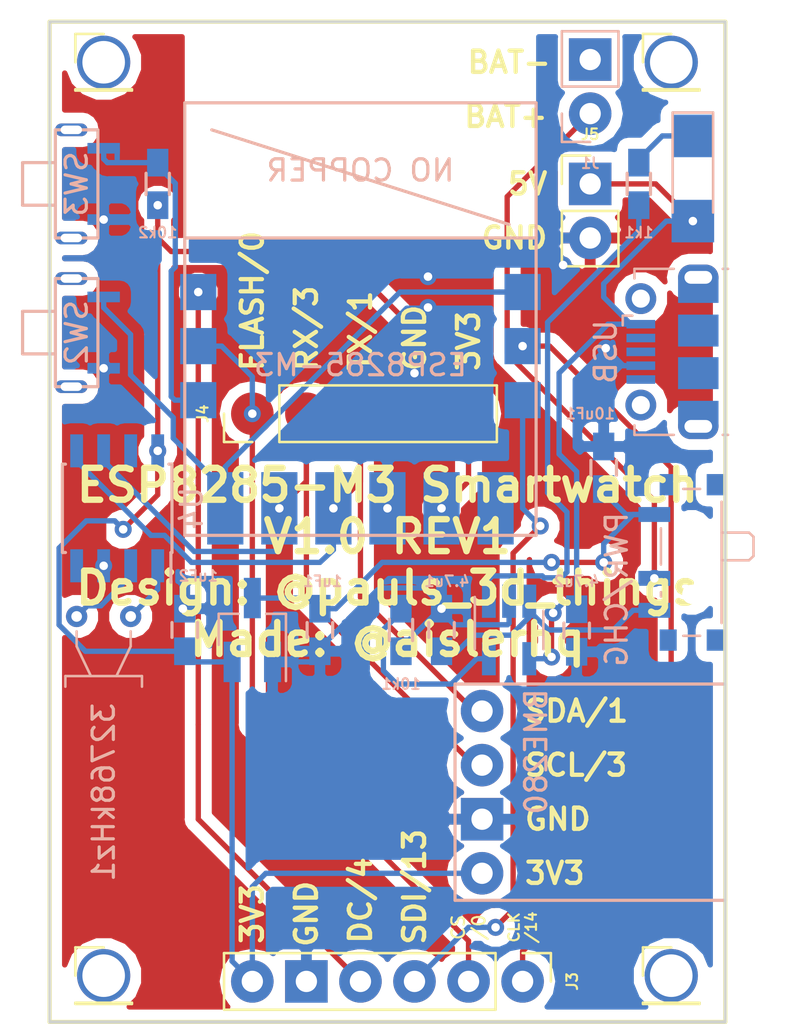
<source format=kicad_pcb>
(kicad_pcb (version 20171130) (host pcbnew "(5.0.0-3-g5ebb6b6)")

  (general
    (thickness 1.6)
    (drawings 28)
    (tracks 236)
    (zones 0)
    (modules 27)
    (nets 26)
  )

  (page A4)
  (layers
    (0 F.Cu signal)
    (31 B.Cu signal)
    (32 B.Adhes user)
    (33 F.Adhes user)
    (34 B.Paste user)
    (35 F.Paste user)
    (36 B.SilkS user)
    (37 F.SilkS user)
    (38 B.Mask user)
    (39 F.Mask user)
    (40 Dwgs.User user)
    (41 Cmts.User user)
    (42 Eco1.User user)
    (43 Eco2.User user)
    (44 Edge.Cuts user)
    (45 Margin user)
    (46 B.CrtYd user)
    (47 F.CrtYd user)
    (48 B.Fab user)
    (49 F.Fab user)
  )

  (setup
    (last_trace_width 0.25)
    (trace_clearance 0.2)
    (zone_clearance 0.508)
    (zone_45_only no)
    (trace_min 0.2)
    (segment_width 0.2)
    (edge_width 0.15)
    (via_size 0.8)
    (via_drill 0.4)
    (via_min_size 0.4)
    (via_min_drill 0.3)
    (uvia_size 0.3)
    (uvia_drill 0.1)
    (uvias_allowed no)
    (uvia_min_size 0.2)
    (uvia_min_drill 0.1)
    (pcb_text_width 0.3)
    (pcb_text_size 1.5 1.5)
    (mod_edge_width 0.15)
    (mod_text_size 1 1)
    (mod_text_width 0.15)
    (pad_size 2 2)
    (pad_drill 1)
    (pad_to_mask_clearance 0)
    (aux_axis_origin 0 0)
    (visible_elements FFFFFF7F)
    (pcbplotparams
      (layerselection 0x010fc_ffffffff)
      (usegerberextensions false)
      (usegerberattributes false)
      (usegerberadvancedattributes false)
      (creategerberjobfile false)
      (excludeedgelayer true)
      (linewidth 0.100000)
      (plotframeref false)
      (viasonmask false)
      (mode 1)
      (useauxorigin false)
      (hpglpennumber 1)
      (hpglpenspeed 20)
      (hpglpendiameter 15.000000)
      (psnegative false)
      (psa4output false)
      (plotreference true)
      (plotvalue true)
      (plotinvisibletext false)
      (padsonsilk false)
      (subtractmaskfromsilk false)
      (outputformat 1)
      (mirror false)
      (drillshape 1)
      (scaleselection 1)
      (outputdirectory ""))
  )

  (net 0 "")
  (net 1 "Net-(10k1-Pad2)")
  (net 2 GND)
  (net 3 +3V8)
  (net 4 /BTN_MODE)
  (net 5 "Net-(1k1-Pad1)")
  (net 6 "Net-(1k1-Pad2)")
  (net 7 "Net-(32768kHz1-Pad1)")
  (net 8 "Net-(32768kHz1-Pad2)")
  (net 9 /VBAT)
  (net 10 +5V)
  (net 11 /BAT+)
  (net 12 "Net-(J2-Pad2)")
  (net 13 "Net-(J2-Pad5)")
  (net 14 "Net-(J2-Pad3)")
  (net 15 /CLK)
  (net 16 /CS)
  (net 17 /SDI)
  (net 18 /DC)
  (net 19 /RST)
  (net 20 "Net-(U2-Pad4)")
  (net 21 /SDA)
  (net 22 /SCL)
  (net 23 "Net-(U4-Pad4)")
  (net 24 "Net-(U4-Pad7)")
  (net 25 +3V3)

  (net_class Default "This is the default net class."
    (clearance 0.2)
    (trace_width 0.25)
    (via_dia 0.8)
    (via_drill 0.4)
    (uvia_dia 0.3)
    (uvia_drill 0.1)
    (add_net +3V3)
    (add_net +3V8)
    (add_net +5V)
    (add_net /BAT+)
    (add_net /BTN_MODE)
    (add_net /CLK)
    (add_net /CS)
    (add_net /DC)
    (add_net /RST)
    (add_net /SCL)
    (add_net /SDA)
    (add_net /SDI)
    (add_net /VBAT)
    (add_net GND)
    (add_net "Net-(10k1-Pad2)")
    (add_net "Net-(1k1-Pad1)")
    (add_net "Net-(1k1-Pad2)")
    (add_net "Net-(32768kHz1-Pad1)")
    (add_net "Net-(32768kHz1-Pad2)")
    (add_net "Net-(J2-Pad2)")
    (add_net "Net-(J2-Pad3)")
    (add_net "Net-(J2-Pad5)")
    (add_net "Net-(U2-Pad4)")
    (add_net "Net-(U4-Pad4)")
    (add_net "Net-(U4-Pad7)")
  )

  (module libuvwxy:Pin_Header_Straight_1x02_Pitch2.54mm (layer F.Cu) (tedit 5A800D08) (tstamp 5B7EB394)
    (at 118.11 80.01)
    (descr "Through hole straight pin header, 1x02, 2.54mm pitch, single row")
    (tags "Through hole pin header THT 1x02 2.54mm single row")
    (path /5B74455B)
    (fp_text reference J5 (at 0 -2.33) (layer F.SilkS)
      (effects (font (size 0.5 0.5) (thickness 0.1)))
    )
    (fp_text value Solar (at 0 4.87) (layer F.Fab)
      (effects (font (size 0.5 0.5) (thickness 0.1)))
    )
    (fp_line (start -0.635 -1.27) (end 1.27 -1.27) (layer F.Fab) (width 0.1))
    (fp_line (start 1.27 -1.27) (end 1.27 3.81) (layer F.Fab) (width 0.1))
    (fp_line (start 1.27 3.81) (end -1.27 3.81) (layer F.Fab) (width 0.1))
    (fp_line (start -1.27 3.81) (end -1.27 -0.635) (layer F.Fab) (width 0.1))
    (fp_line (start -1.27 -0.635) (end -0.635 -1.27) (layer F.Fab) (width 0.1))
    (fp_line (start -1.33 3.87) (end 1.33 3.87) (layer F.SilkS) (width 0.12))
    (fp_line (start -1.33 1.27) (end -1.33 3.87) (layer F.SilkS) (width 0.12))
    (fp_line (start 1.33 1.27) (end 1.33 3.87) (layer F.SilkS) (width 0.12))
    (fp_line (start -1.33 1.27) (end 1.33 1.27) (layer F.SilkS) (width 0.12))
    (fp_line (start -1.33 0) (end -1.33 -1.33) (layer F.SilkS) (width 0.12))
    (fp_line (start -1.33 -1.33) (end 0 -1.33) (layer F.SilkS) (width 0.12))
    (fp_line (start -1.8 -1.8) (end -1.8 4.35) (layer F.CrtYd) (width 0.05))
    (fp_line (start -1.8 4.35) (end 1.8 4.35) (layer F.CrtYd) (width 0.05))
    (fp_line (start 1.8 4.35) (end 1.8 -1.8) (layer F.CrtYd) (width 0.05))
    (fp_line (start 1.8 -1.8) (end -1.8 -1.8) (layer F.CrtYd) (width 0.05))
    (fp_text user %R (at 0 1.27 180) (layer F.Fab)
      (effects (font (size 0.5 0.5) (thickness 0.1)))
    )
    (pad 1 thru_hole rect (at 0 0) (size 2 2) (drill 1) (layers *.Cu *.Mask)
      (net 10 +5V))
    (pad 2 thru_hole oval (at 0 2.54) (size 2 2) (drill 1) (layers *.Cu *.Mask)
      (net 2 GND))
    (model ${KISYS3DMOD}/Pin_Headers.3dshapes/Pin_Header_Straight_1x02_Pitch2.54mm.wrl
      (at (xyz 0 0 0))
      (scale (xyz 1 1 1))
      (rotate (xyz 0 0 0))
    )
  )

  (module Connector_USB:USB_Micro-B_Molex-105017-0001 (layer B.Cu) (tedit 5B727D38) (tstamp 5BA1D3FA)
    (at 121.9525 87.9 270)
    (descr http://www.molex.com/pdm_docs/sd/1050170001_sd.pdf)
    (tags "Micro-USB SMD Typ-B")
    (path /5B71CE54)
    (attr smd)
    (fp_text reference USB (at 0 3.1125 270) (layer B.SilkS)
      (effects (font (size 1 1) (thickness 0.15)) (justify mirror))
    )
    (fp_text value USB_A (at 0.3 -4.3375 270) (layer B.Fab)
      (effects (font (size 1 1) (thickness 0.15)) (justify mirror))
    )
    (fp_text user "PCB Edge" (at 0 -2.6875 270) (layer Dwgs.User)
      (effects (font (size 0.5 0.5) (thickness 0.08)))
    )
    (fp_text user %R (at 0 -0.8875 90) (layer B.Fab)
      (effects (font (size 1 1) (thickness 0.15)) (justify mirror))
    )
    (fp_line (start -4.4 -3.64) (end 4.4 -3.64) (layer B.CrtYd) (width 0.05))
    (fp_line (start 4.4 2.46) (end 4.4 -3.64) (layer B.CrtYd) (width 0.05))
    (fp_line (start -4.4 2.46) (end 4.4 2.46) (layer B.CrtYd) (width 0.05))
    (fp_line (start -4.4 -3.64) (end -4.4 2.46) (layer B.CrtYd) (width 0.05))
    (fp_line (start -3.9 1.7625) (end -3.45 1.7625) (layer B.SilkS) (width 0.12))
    (fp_line (start -3.9 -0.0875) (end -3.9 1.7625) (layer B.SilkS) (width 0.12))
    (fp_line (start 3.9 -2.6375) (end 3.9 -2.3875) (layer B.SilkS) (width 0.12))
    (fp_line (start 3.75 -3.3875) (end 3.75 1.6125) (layer B.Fab) (width 0.1))
    (fp_line (start -3 -2.689204) (end 3 -2.689204) (layer B.Fab) (width 0.1))
    (fp_line (start -3.75 -3.389204) (end 3.75 -3.389204) (layer B.Fab) (width 0.1))
    (fp_line (start -3.75 1.6125) (end 3.75 1.6125) (layer B.Fab) (width 0.1))
    (fp_line (start -3.75 -3.3875) (end -3.75 1.6125) (layer B.Fab) (width 0.1))
    (fp_line (start -3.9 -2.6375) (end -3.9 -2.3875) (layer B.SilkS) (width 0.12))
    (fp_line (start 3.9 -0.0875) (end 3.9 1.7625) (layer B.SilkS) (width 0.12))
    (fp_line (start 3.9 1.7625) (end 3.45 1.7625) (layer B.SilkS) (width 0.12))
    (fp_line (start -1.7 2.3125) (end -1.25 2.3125) (layer B.SilkS) (width 0.12))
    (fp_line (start -1.7 2.3125) (end -1.7 1.8625) (layer B.SilkS) (width 0.12))
    (fp_line (start -1.3 1.7125) (end -1.5 1.9125) (layer B.Fab) (width 0.1))
    (fp_line (start -1.1 1.9125) (end -1.3 1.7125) (layer B.Fab) (width 0.1))
    (fp_line (start -1.5 2.1225) (end -1.1 2.1225) (layer B.Fab) (width 0.1))
    (fp_line (start -1.5 2.1225) (end -1.5 1.9125) (layer B.Fab) (width 0.1))
    (fp_line (start -1.1 2.1225) (end -1.1 1.9125) (layer B.Fab) (width 0.1))
    (pad 6 smd rect (at 1 -1.2375 270) (size 1.5 1.9) (layers B.Cu B.Paste B.Mask))
    (pad 6 thru_hole circle (at -2.5 1.4625 270) (size 1.45 1.45) (drill 0.85) (layers *.Cu *.Mask))
    (pad 2 smd rect (at -0.65 1.4625 270) (size 0.4 1.35) (layers B.Cu B.Paste B.Mask)
      (net 12 "Net-(J2-Pad2)"))
    (pad 1 smd rect (at -1.3 1.4625 270) (size 0.4 1.35) (layers B.Cu B.Paste B.Mask)
      (net 10 +5V))
    (pad 5 smd rect (at 1.3 1.4625 270) (size 0.4 1.35) (layers B.Cu B.Paste B.Mask)
      (net 13 "Net-(J2-Pad5)"))
    (pad 4 smd rect (at 0.65 1.4625 270) (size 0.4 1.35) (layers B.Cu B.Paste B.Mask)
      (net 2 GND))
    (pad 3 smd rect (at 0 1.4625 270) (size 0.4 1.35) (layers B.Cu B.Paste B.Mask)
      (net 14 "Net-(J2-Pad3)"))
    (pad 6 thru_hole circle (at 2.5 1.4625 270) (size 1.45 1.45) (drill 0.85) (layers *.Cu *.Mask))
    (pad 6 smd rect (at -1 -1.2375 270) (size 1.5 1.9) (layers B.Cu B.Paste B.Mask))
    (pad 6 thru_hole oval (at -3.5 -1.2375 90) (size 1.2 1.9) (drill oval 0.6 1.3) (layers *.Cu *.Mask))
    (pad 6 thru_hole oval (at 3.5 -1.2375 270) (size 1.2 1.9) (drill oval 0.6 1.3) (layers *.Cu *.Mask))
    (pad 6 smd rect (at 2.9 -1.2375 270) (size 1.2 1.9) (layers B.Cu B.Mask))
    (pad 6 smd rect (at -2.9 -1.2375 270) (size 1.2 1.9) (layers B.Cu B.Mask))
    (model ${KISYS3DMOD}/Connector_USB.3dshapes/USB_Micro-B_Molex-105017-0001.wrl
      (at (xyz 0 0 0))
      (scale (xyz 1 1 1))
      (rotate (xyz 0 0 0))
    )
  )

  (module libuvwxy:esp8285-m3 (layer B.Cu) (tedit 5B727D18) (tstamp 5BB9B3C5)
    (at 115.57 96.52 180)
    (path /5B7070B9)
    (fp_text reference ESP8285-M3 (at 8.255 8.001 180) (layer B.SilkS)
      (effects (font (size 1 1) (thickness 0.15)) (justify mirror))
    )
    (fp_text value esp8285-m3 (at 8.255 8.255 180) (layer B.Fab)
      (effects (font (size 1 1) (thickness 0.15)) (justify mirror))
    )
    (fp_line (start 1.27 14.605) (end 15.24 19.05) (layer B.SilkS) (width 0.15))
    (fp_text user "NO COPPER" (at 8.255 17.145 180) (layer B.SilkS)
      (effects (font (size 1 1) (thickness 0.15)) (justify mirror))
    )
    (fp_line (start 0 13.97) (end 16.51 13.97) (layer B.SilkS) (width 0.15))
    (fp_line (start 0 0) (end 16.51 0) (layer B.SilkS) (width 0.15))
    (fp_line (start 16.51 0) (end 16.51 20.32) (layer B.SilkS) (width 0.15))
    (fp_line (start 16.51 20.32) (end 0 20.32) (layer B.SilkS) (width 0.15))
    (fp_line (start 0 20.32) (end 0 0) (layer B.SilkS) (width 0.15))
    (pad 1 smd rect (at 0.635 11.43 180) (size 1.7 1.7) (layers B.Cu B.Paste B.Mask)
      (net 19 /RST))
    (pad 2 smd rect (at 0.635 8.89 180) (size 1.7 1.7) (layers B.Cu B.Paste B.Mask)
      (net 15 /CLK))
    (pad 3 smd rect (at 0.635 6.35 180) (size 1.7 1.7) (layers B.Cu B.Paste B.Mask)
      (net 17 /SDI))
    (pad 4 smd rect (at 1.905 1.27 180) (size 1.7 3.4) (layers B.Cu B.Paste B.Mask)
      (net 20 "Net-(U2-Pad4)"))
    (pad 5 smd rect (at 4.445 1.27 180) (size 1.7 3.4) (layers B.Cu B.Paste B.Mask)
      (net 25 +3V3))
    (pad 6 smd rect (at 6.985 1.27 180) (size 1.7 3.4) (layers B.Cu B.Paste B.Mask)
      (net 2 GND))
    (pad 7 smd rect (at 9.525 1.27 180) (size 1.7 3.4) (layers B.Cu B.Paste B.Mask)
      (net 21 /SDA))
    (pad 8 smd rect (at 12.065 1.27 180) (size 1.7 3.4) (layers B.Cu B.Paste B.Mask)
      (net 22 /SCL))
    (pad 9 smd rect (at 14.605 1.27 180) (size 1.7 3.4) (layers B.Cu B.Paste B.Mask)
      (net 19 /RST))
    (pad 10 smd rect (at 15.875 6.35 180) (size 1.7 1.7) (layers B.Cu B.Paste B.Mask)
      (net 4 /BTN_MODE))
    (pad 11 smd rect (at 15.875 8.89 180) (size 1.7 1.7) (layers B.Cu B.Paste B.Mask)
      (net 16 /CS))
    (pad 12 smd rect (at 15.875 11.43 180) (size 1.7 1.7) (layers B.Cu B.Paste B.Mask)
      (net 18 /DC))
  )

  (module libuvwxy:Pin_Header_Straight_1x05_Pitch2.54mm (layer F.Cu) (tedit 5B71ECD8) (tstamp 5BB9AF01)
    (at 102.235 90.805 90)
    (descr "Through hole straight pin header, 1x05, 2.54mm pitch, single row")
    (tags "Through hole pin header THT 1x05 2.54mm single row")
    (path /5B787DD3)
    (fp_text reference J4 (at 0 -2.33 90) (layer F.SilkS)
      (effects (font (size 0.5 0.5) (thickness 0.1)))
    )
    (fp_text value Conn_01x05_Female (at 0 12.49 90) (layer F.Fab)
      (effects (font (size 0.5 0.5) (thickness 0.1)))
    )
    (fp_line (start -0.635 -1.27) (end 1.27 -1.27) (layer F.Fab) (width 0.1))
    (fp_line (start 1.27 -1.27) (end 1.27 11.43) (layer F.Fab) (width 0.1))
    (fp_line (start 1.27 11.43) (end -1.27 11.43) (layer F.Fab) (width 0.1))
    (fp_line (start -1.27 11.43) (end -1.27 -0.635) (layer F.Fab) (width 0.1))
    (fp_line (start -1.27 -0.635) (end -0.635 -1.27) (layer F.Fab) (width 0.1))
    (fp_line (start -1.33 11.49) (end 1.33 11.49) (layer F.SilkS) (width 0.12))
    (fp_line (start -1.33 1.27) (end -1.33 11.49) (layer F.SilkS) (width 0.12))
    (fp_line (start 1.33 1.27) (end 1.33 11.49) (layer F.SilkS) (width 0.12))
    (fp_line (start -1.33 1.27) (end 1.33 1.27) (layer F.SilkS) (width 0.12))
    (fp_line (start -1.33 0) (end -1.33 -1.33) (layer F.SilkS) (width 0.12))
    (fp_line (start -1.33 -1.33) (end 0 -1.33) (layer F.SilkS) (width 0.12))
    (fp_line (start -1.8 -1.8) (end -1.8 11.95) (layer F.CrtYd) (width 0.05))
    (fp_line (start -1.8 11.95) (end 1.8 11.95) (layer F.CrtYd) (width 0.05))
    (fp_line (start 1.8 11.95) (end 1.8 -1.8) (layer F.CrtYd) (width 0.05))
    (fp_line (start 1.8 -1.8) (end -1.8 -1.8) (layer F.CrtYd) (width 0.05))
    (fp_text user %R (at 0 5.08 180) (layer F.Fab)
      (effects (font (size 0.5 0.5) (thickness 0.1)))
    )
    (pad 1 smd oval (at 0 0 90) (size 2 2) (layers F.Cu F.Mask)
      (net 16 /CS))
    (pad 2 smd oval (at 0 2.54 90) (size 2 2) (layers F.Cu F.Mask)
      (net 22 /SCL))
    (pad 3 smd oval (at 0 5.08 90) (size 2 2) (layers F.Cu F.Mask)
      (net 21 /SDA))
    (pad 4 smd rect (at 0 7.62 90) (size 2 2) (layers F.Cu F.Mask)
      (net 2 GND))
    (pad 5 smd oval (at 0 10.16 90) (size 2 2) (layers F.Cu F.Mask)
      (net 25 +3V3))
    (model ${KISYS3DMOD}/Pin_Headers.3dshapes/Pin_Header_Straight_1x05_Pitch2.54mm.wrl
      (at (xyz 0 0 0))
      (scale (xyz 1 1 1))
      (rotate (xyz 0 0 0))
    )
  )

  (module Crystal:Crystal_AT310_D3.0mm_L10.0mm_Horizontal_1EP_style1 (layer B.Cu) (tedit 5B71EC7F) (tstamp 5BA1A173)
    (at 96.52 100.33 180)
    (descr "Crystal THT AT310 10.0mm-10.5mm length 3.0mm diameter")
    (tags ['AT310'])
    (path /5B7074F6)
    (fp_text reference 32768kHz1 (at 1.27 -8.255 90) (layer B.SilkS)
      (effects (font (size 1 1) (thickness 0.15)) (justify mirror))
    )
    (fp_text value CRYSTAL (at 4.39 -3 90) (layer B.Fab)
      (effects (font (size 1 1) (thickness 0.15)) (justify mirror))
    )
    (fp_text user %R (at 1.25 -8.5 90) (layer B.Fab)
      (effects (font (size 0.8 0.8) (thickness 0.12)) (justify mirror))
    )
    (fp_line (start -0.23 -3) (end -0.23 -13.5) (layer B.Fab) (width 0.1))
    (fp_line (start -0.23 -13.5) (end 2.77 -13.5) (layer B.Fab) (width 0.1))
    (fp_line (start 2.77 -13.5) (end 2.77 -3) (layer B.Fab) (width 0.1))
    (fp_line (start 2.77 -3) (end -0.23 -3) (layer B.Fab) (width 0.1))
    (fp_line (start 0.67 -3) (end 0 -1.5) (layer B.Fab) (width 0.1))
    (fp_line (start 0 -1.5) (end 0 0) (layer B.Fab) (width 0.1))
    (fp_line (start 1.87 -3) (end 2.54 -1.5) (layer B.Fab) (width 0.1))
    (fp_line (start 2.54 -1.5) (end 2.54 0) (layer B.Fab) (width 0.1))
    (fp_line (start -0.53 -3.3) (end -0.53 -2.8) (layer B.SilkS) (width 0.12))
    (fp_line (start -0.53 -2.8) (end 3.07 -2.8) (layer B.SilkS) (width 0.12))
    (fp_line (start 3.07 -2.8) (end 3.07 -3.3) (layer B.SilkS) (width 0.12))
    (fp_line (start 0.67 -2.8) (end 0 -1.4) (layer B.SilkS) (width 0.12))
    (fp_line (start 0 -1.4) (end 0 -0.7) (layer B.SilkS) (width 0.12))
    (fp_line (start 1.87 -2.8) (end 2.54 -1.4) (layer B.SilkS) (width 0.12))
    (fp_line (start 2.54 -1.4) (end 2.54 -0.7) (layer B.SilkS) (width 0.12))
    (fp_line (start -1 0.8) (end -1 -14.3) (layer B.CrtYd) (width 0.05))
    (fp_line (start -1 -14.3) (end 3.6 -14.3) (layer B.CrtYd) (width 0.05))
    (fp_line (start 3.6 -14.3) (end 3.6 0.8) (layer B.CrtYd) (width 0.05))
    (fp_line (start 3.6 0.8) (end -1 0.8) (layer B.CrtYd) (width 0.05))
    (pad 1 thru_hole circle (at 0 0 180) (size 1 1) (drill 0.5) (layers *.Cu *.Mask)
      (net 7 "Net-(32768kHz1-Pad1)"))
    (pad 2 thru_hole circle (at 2.54 0 180) (size 1 1) (drill 0.5) (layers *.Cu *.Mask)
      (net 8 "Net-(32768kHz1-Pad2)"))
    (model ${KISYS3DMOD}/Crystal.3dshapes/Crystal_AT310_D3.0mm_L10.0mm_Horizontal_1EP_style1.wrl
      (at (xyz 0 0 0))
      (scale (xyz 1 1 1))
      (rotate (xyz 0 0 0))
    )
  )

  (module Package_SO:SOIC-8_3.9x4.9mm_P1.27mm (layer B.Cu) (tedit 5B709E41) (tstamp 5BB9A3C8)
    (at 95.885 95.25 90)
    (descr "8-Lead Plastic Small Outline (SN) - Narrow, 3.90 mm Body [SOIC] (see Microchip Packaging Specification 00000049BS.pdf)")
    (tags "SOIC 1.27")
    (path /5B707250)
    (attr smd)
    (fp_text reference U4 (at 0 3.5 90) (layer B.SilkS)
      (effects (font (size 1 1) (thickness 0.15)) (justify mirror))
    )
    (fp_text value DS1307+ (at 0 -3.5 90) (layer B.Fab)
      (effects (font (size 1 1) (thickness 0.15)) (justify mirror))
    )
    (fp_text user %R (at 0 0 90) (layer B.Fab)
      (effects (font (size 1 1) (thickness 0.15)) (justify mirror))
    )
    (fp_line (start -0.95 2.45) (end 1.95 2.45) (layer B.Fab) (width 0.1))
    (fp_line (start 1.95 2.45) (end 1.95 -2.45) (layer B.Fab) (width 0.1))
    (fp_line (start 1.95 -2.45) (end -1.95 -2.45) (layer B.Fab) (width 0.1))
    (fp_line (start -1.95 -2.45) (end -1.95 1.45) (layer B.Fab) (width 0.1))
    (fp_line (start -1.95 1.45) (end -0.95 2.45) (layer B.Fab) (width 0.1))
    (fp_line (start -3.73 2.7) (end -3.73 -2.7) (layer B.CrtYd) (width 0.05))
    (fp_line (start 3.73 2.7) (end 3.73 -2.7) (layer B.CrtYd) (width 0.05))
    (fp_line (start -3.73 2.7) (end 3.73 2.7) (layer B.CrtYd) (width 0.05))
    (fp_line (start -3.73 -2.7) (end 3.73 -2.7) (layer B.CrtYd) (width 0.05))
    (fp_line (start -2.075 2.575) (end -2.075 2.525) (layer B.SilkS) (width 0.15))
    (fp_line (start 2.075 2.575) (end 2.075 2.43) (layer B.SilkS) (width 0.15))
    (fp_line (start 2.075 -2.575) (end 2.075 -2.43) (layer B.SilkS) (width 0.15))
    (fp_line (start -2.075 -2.575) (end -2.075 -2.43) (layer B.SilkS) (width 0.15))
    (fp_line (start -2.075 2.575) (end 2.075 2.575) (layer B.SilkS) (width 0.15))
    (fp_line (start -2.075 -2.575) (end 2.075 -2.575) (layer B.SilkS) (width 0.15))
    (fp_line (start -2.075 2.525) (end -3.475 2.525) (layer B.SilkS) (width 0.15))
    (pad 1 smd rect (at -2.7 1.905 90) (size 1.55 0.6) (layers B.Cu B.Paste B.Mask)
      (net 7 "Net-(32768kHz1-Pad1)"))
    (pad 2 smd rect (at -2.7 0.635 90) (size 1.55 0.6) (layers B.Cu B.Paste B.Mask)
      (net 8 "Net-(32768kHz1-Pad2)"))
    (pad 3 smd rect (at -2.7 -0.635 90) (size 1.55 0.6) (layers B.Cu B.Paste B.Mask)
      (net 2 GND))
    (pad 4 smd rect (at -2.7 -1.905 90) (size 1.55 0.6) (layers B.Cu B.Paste B.Mask)
      (net 23 "Net-(U4-Pad4)"))
    (pad 5 smd rect (at 2.7 -1.905 90) (size 1.55 0.6) (layers B.Cu B.Paste B.Mask)
      (net 21 /SDA))
    (pad 6 smd rect (at 2.7 -0.635 90) (size 1.55 0.6) (layers B.Cu B.Paste B.Mask)
      (net 22 /SCL))
    (pad 7 smd rect (at 2.7 0.635 90) (size 1.55 0.6) (layers B.Cu B.Paste B.Mask)
      (net 24 "Net-(U4-Pad7)"))
    (pad 8 smd rect (at 2.7 1.905 90) (size 1.55 0.6) (layers B.Cu B.Paste B.Mask)
      (net 25 +3V3))
    (model ${KISYS3DMOD}/Package_SO.3dshapes/SOIC-8_3.9x4.9mm_P1.27mm.wrl
      (at (xyz 0 0 0))
      (scale (xyz 1 1 1))
      (rotate (xyz 0 0 0))
    )
  )

  (module libuvwxy:R_0603_HandSoldering_narrow (layer B.Cu) (tedit 5B71E914) (tstamp 5B7E2B34)
    (at 97.79 80.01 90)
    (descr "Resistor SMD 0603, hand soldering")
    (tags "resistor 0603")
    (path /5B75A619)
    (attr smd)
    (fp_text reference 10k2 (at -2.286 0) (layer B.SilkS)
      (effects (font (size 0.5 0.5) (thickness 0.1)) (justify mirror))
    )
    (fp_text value R_Mode (at 0.254 1.143 90) (layer B.Fab)
      (effects (font (size 0.5 0.5) (thickness 0.1)) (justify mirror))
    )
    (fp_line (start -1.778 0.635) (end 1.778 0.635) (layer B.CrtYd) (width 0.15))
    (fp_line (start 1.778 0.635) (end 1.778 -0.635) (layer B.CrtYd) (width 0.15))
    (fp_line (start 1.778 -0.635) (end -1.778 -0.635) (layer B.CrtYd) (width 0.15))
    (fp_line (start -1.778 -0.635) (end -1.778 0.635) (layer B.CrtYd) (width 0.15))
    (fp_line (start -0.8 -0.4) (end -0.8 0.4) (layer B.Fab) (width 0.1))
    (fp_line (start 0.8 -0.4) (end -0.8 -0.4) (layer B.Fab) (width 0.1))
    (fp_line (start 0.8 0.4) (end 0.8 -0.4) (layer B.Fab) (width 0.1))
    (fp_line (start -0.8 0.4) (end 0.8 0.4) (layer B.Fab) (width 0.1))
    (fp_line (start 0.5 -0.548) (end -0.5 -0.548) (layer B.SilkS) (width 0.15))
    (fp_line (start -0.5 0.548) (end 0.5 0.548) (layer B.SilkS) (width 0.15))
    (pad 1 smd rect (at -1 0 90) (size 1.3 1) (layers B.Cu B.Paste B.Mask)
      (net 25 +3V3))
    (pad 2 smd rect (at 1 0 90) (size 1.3 1) (layers B.Cu B.Paste B.Mask)
      (net 4 /BTN_MODE))
    (model Resistors_SMD.3dshapes/R_0603_HandSoldering.wrl
      (at (xyz 0 0 0))
      (scale (xyz 1 1 1))
      (rotate (xyz 0 0 0))
    )
  )

  (module libuvwxy:Pin_Header_Straight_1x01_Pitch2.54mm (layer F.Cu) (tedit 5B709E21) (tstamp 5BB9A208)
    (at 121.92 117.205)
    (descr "Through hole straight pin header, 1x01, 2.54mm pitch, single row")
    (tags "Through hole pin header THT 1x01 2.54mm single row")
    (fp_text reference REF** (at 0 -2.33) (layer F.SilkS) hide
      (effects (font (size 0.5 0.5) (thickness 0.1)))
    )
    (fp_text value Pin_Header_Straight_1x01_Pitch2.54mm (at 0 2.33) (layer F.Fab) hide
      (effects (font (size 0.5 0.5) (thickness 0.1)))
    )
    (fp_line (start -0.635 -1.27) (end 1.27 -1.27) (layer F.Fab) (width 0.1))
    (fp_line (start 1.27 -1.27) (end 1.27 1.27) (layer F.Fab) (width 0.1))
    (fp_line (start 1.27 1.27) (end -1.27 1.27) (layer F.Fab) (width 0.1))
    (fp_line (start -1.27 1.27) (end -1.27 -0.635) (layer F.Fab) (width 0.1))
    (fp_line (start -1.27 -0.635) (end -0.635 -1.27) (layer F.Fab) (width 0.1))
    (fp_line (start -1.33 1.33) (end 1.33 1.33) (layer F.SilkS) (width 0.12))
    (fp_line (start -1.33 1.27) (end -1.33 1.33) (layer F.SilkS) (width 0.12))
    (fp_line (start 1.33 1.27) (end 1.33 1.33) (layer F.SilkS) (width 0.12))
    (fp_line (start -1.33 1.27) (end 1.33 1.27) (layer F.SilkS) (width 0.12))
    (fp_line (start -1.33 0) (end -1.33 -1.33) (layer F.SilkS) (width 0.12))
    (fp_line (start -1.33 -1.33) (end 0 -1.33) (layer F.SilkS) (width 0.12))
    (fp_line (start -1.8 -1.8) (end -1.8 1.8) (layer F.CrtYd) (width 0.05))
    (fp_line (start -1.8 1.8) (end 1.8 1.8) (layer F.CrtYd) (width 0.05))
    (fp_line (start 1.8 1.8) (end 1.8 -1.8) (layer F.CrtYd) (width 0.05))
    (fp_line (start 1.8 -1.8) (end -1.8 -1.8) (layer F.CrtYd) (width 0.05))
    (fp_text user %R (at 0 0 90) (layer F.Fab)
      (effects (font (size 0.5 0.5) (thickness 0.1)))
    )
    (pad "" thru_hole circle (at 0 0) (size 2.5 2.5) (drill 2) (layers *.Cu *.Mask))
    (model ${KISYS3DMOD}/Pin_Headers.3dshapes/Pin_Header_Straight_1x01_Pitch2.54mm.wrl
      (at (xyz 0 0 0))
      (scale (xyz 1 1 1))
      (rotate (xyz 0 0 0))
    )
  )

  (module libuvwxy:Pin_Header_Straight_1x01_Pitch2.54mm (layer F.Cu) (tedit 5B709E1E) (tstamp 5BB9AA4B)
    (at 95.25 117.205)
    (descr "Through hole straight pin header, 1x01, 2.54mm pitch, single row")
    (tags "Through hole pin header THT 1x01 2.54mm single row")
    (fp_text reference REF** (at 0 -2.33) (layer F.SilkS) hide
      (effects (font (size 0.5 0.5) (thickness 0.1)))
    )
    (fp_text value Pin_Header_Straight_1x01_Pitch2.54mm (at 0 2.33) (layer F.Fab) hide
      (effects (font (size 0.5 0.5) (thickness 0.1)))
    )
    (fp_text user %R (at 0 0 90) (layer F.Fab)
      (effects (font (size 0.5 0.5) (thickness 0.1)))
    )
    (fp_line (start 1.8 -1.8) (end -1.8 -1.8) (layer F.CrtYd) (width 0.05))
    (fp_line (start 1.8 1.8) (end 1.8 -1.8) (layer F.CrtYd) (width 0.05))
    (fp_line (start -1.8 1.8) (end 1.8 1.8) (layer F.CrtYd) (width 0.05))
    (fp_line (start -1.8 -1.8) (end -1.8 1.8) (layer F.CrtYd) (width 0.05))
    (fp_line (start -1.33 -1.33) (end 0 -1.33) (layer F.SilkS) (width 0.12))
    (fp_line (start -1.33 0) (end -1.33 -1.33) (layer F.SilkS) (width 0.12))
    (fp_line (start -1.33 1.27) (end 1.33 1.27) (layer F.SilkS) (width 0.12))
    (fp_line (start 1.33 1.27) (end 1.33 1.33) (layer F.SilkS) (width 0.12))
    (fp_line (start -1.33 1.27) (end -1.33 1.33) (layer F.SilkS) (width 0.12))
    (fp_line (start -1.33 1.33) (end 1.33 1.33) (layer F.SilkS) (width 0.12))
    (fp_line (start -1.27 -0.635) (end -0.635 -1.27) (layer F.Fab) (width 0.1))
    (fp_line (start -1.27 1.27) (end -1.27 -0.635) (layer F.Fab) (width 0.1))
    (fp_line (start 1.27 1.27) (end -1.27 1.27) (layer F.Fab) (width 0.1))
    (fp_line (start 1.27 -1.27) (end 1.27 1.27) (layer F.Fab) (width 0.1))
    (fp_line (start -0.635 -1.27) (end 1.27 -1.27) (layer F.Fab) (width 0.1))
    (pad "" thru_hole circle (at 0 0) (size 2.5 2.5) (drill 2) (layers *.Cu *.Mask))
    (model ${KISYS3DMOD}/Pin_Headers.3dshapes/Pin_Header_Straight_1x01_Pitch2.54mm.wrl
      (at (xyz 0 0 0))
      (scale (xyz 1 1 1))
      (rotate (xyz 0 0 0))
    )
  )

  (module libuvwxy:Pin_Header_Straight_1x01_Pitch2.54mm (layer F.Cu) (tedit 5B709E0D) (tstamp 5BB9A0AA)
    (at 95.25 74.295)
    (descr "Through hole straight pin header, 1x01, 2.54mm pitch, single row")
    (tags "Through hole pin header THT 1x01 2.54mm single row")
    (fp_text reference REF** (at 0 -2.33) (layer F.SilkS) hide
      (effects (font (size 0.5 0.5) (thickness 0.1)))
    )
    (fp_text value Pin_Header_Straight_1x01_Pitch2.54mm (at 0 2.33) (layer F.Fab) hide
      (effects (font (size 0.5 0.5) (thickness 0.1)))
    )
    (fp_line (start -0.635 -1.27) (end 1.27 -1.27) (layer F.Fab) (width 0.1))
    (fp_line (start 1.27 -1.27) (end 1.27 1.27) (layer F.Fab) (width 0.1))
    (fp_line (start 1.27 1.27) (end -1.27 1.27) (layer F.Fab) (width 0.1))
    (fp_line (start -1.27 1.27) (end -1.27 -0.635) (layer F.Fab) (width 0.1))
    (fp_line (start -1.27 -0.635) (end -0.635 -1.27) (layer F.Fab) (width 0.1))
    (fp_line (start -1.33 1.33) (end 1.33 1.33) (layer F.SilkS) (width 0.12))
    (fp_line (start -1.33 1.27) (end -1.33 1.33) (layer F.SilkS) (width 0.12))
    (fp_line (start 1.33 1.27) (end 1.33 1.33) (layer F.SilkS) (width 0.12))
    (fp_line (start -1.33 1.27) (end 1.33 1.27) (layer F.SilkS) (width 0.12))
    (fp_line (start -1.33 0) (end -1.33 -1.33) (layer F.SilkS) (width 0.12))
    (fp_line (start -1.33 -1.33) (end 0 -1.33) (layer F.SilkS) (width 0.12))
    (fp_line (start -1.8 -1.8) (end -1.8 1.8) (layer F.CrtYd) (width 0.05))
    (fp_line (start -1.8 1.8) (end 1.8 1.8) (layer F.CrtYd) (width 0.05))
    (fp_line (start 1.8 1.8) (end 1.8 -1.8) (layer F.CrtYd) (width 0.05))
    (fp_line (start 1.8 -1.8) (end -1.8 -1.8) (layer F.CrtYd) (width 0.05))
    (fp_text user %R (at 0 0 90) (layer F.Fab)
      (effects (font (size 0.5 0.5) (thickness 0.1)))
    )
    (pad "" thru_hole circle (at 0 0) (size 2.5 2.5) (drill 2) (layers *.Cu *.Mask))
    (model ${KISYS3DMOD}/Pin_Headers.3dshapes/Pin_Header_Straight_1x01_Pitch2.54mm.wrl
      (at (xyz 0 0 0))
      (scale (xyz 1 1 1))
      (rotate (xyz 0 0 0))
    )
  )

  (module libuvwxy:R_0603_HandSoldering_narrow (layer B.Cu) (tedit 5B326AA1) (tstamp 5BA1A123)
    (at 109.22 100.965 90)
    (descr "Resistor SMD 0603, hand soldering")
    (tags "resistor 0603")
    (path /5B768F80)
    (attr smd)
    (fp_text reference 10k1 (at -2.54 0) (layer B.SilkS)
      (effects (font (size 0.5 0.5) (thickness 0.1)) (justify mirror))
    )
    (fp_text value R_PROG (at 0.254 1.143 90) (layer B.Fab)
      (effects (font (size 0.5 0.5) (thickness 0.1)) (justify mirror))
    )
    (fp_line (start -0.5 0.548) (end 0.5 0.548) (layer B.SilkS) (width 0.15))
    (fp_line (start 0.5 -0.548) (end -0.5 -0.548) (layer B.SilkS) (width 0.15))
    (fp_line (start -0.8 0.4) (end 0.8 0.4) (layer B.Fab) (width 0.1))
    (fp_line (start 0.8 0.4) (end 0.8 -0.4) (layer B.Fab) (width 0.1))
    (fp_line (start 0.8 -0.4) (end -0.8 -0.4) (layer B.Fab) (width 0.1))
    (fp_line (start -0.8 -0.4) (end -0.8 0.4) (layer B.Fab) (width 0.1))
    (fp_line (start -1.778 -0.635) (end -1.778 0.635) (layer B.CrtYd) (width 0.15))
    (fp_line (start 1.778 -0.635) (end -1.778 -0.635) (layer B.CrtYd) (width 0.15))
    (fp_line (start 1.778 0.635) (end 1.778 -0.635) (layer B.CrtYd) (width 0.15))
    (fp_line (start -1.778 0.635) (end 1.778 0.635) (layer B.CrtYd) (width 0.15))
    (pad 2 smd rect (at 1 0 90) (size 1.3 1) (layers B.Cu B.Paste B.Mask)
      (net 1 "Net-(10k1-Pad2)"))
    (pad 1 smd rect (at -1 0 90) (size 1.3 1) (layers B.Cu B.Paste B.Mask)
      (net 2 GND))
    (model Resistors_SMD.3dshapes/R_0603_HandSoldering.wrl
      (at (xyz 0 0 0))
      (scale (xyz 1 1 1))
      (rotate (xyz 0 0 0))
    )
    (model "/Library/Application Support/kicad/modules/Resistor_SMD.pretty/R_0201_0603Metric.kicad_mod"
      (at (xyz 0 0 0))
      (scale (xyz 1 1 1))
      (rotate (xyz 0 0 0))
    )
  )

  (module libuvwxy:C_0603_HandSoldering_narrow (layer B.Cu) (tedit 5A8009C4) (tstamp 5BB9CC5E)
    (at 118.745 93.345 90)
    (descr "Capacitor SMD 0603, hand soldering")
    (tags "capacitor 0603")
    (path /5B714ACF)
    (attr smd)
    (fp_text reference 10uF1 (at 2.54 -0.635 180) (layer B.SilkS)
      (effects (font (size 0.5 0.5) (thickness 0.1)) (justify mirror))
    )
    (fp_text value CAP_VIN (at 1.397 0.508 90) (layer B.Fab)
      (effects (font (size 0.5 0.5) (thickness 0.1)) (justify mirror))
    )
    (fp_line (start -0.8 -0.4) (end -0.8 0.4) (layer B.Fab) (width 0.15))
    (fp_line (start 0.8 -0.4) (end -0.8 -0.4) (layer B.Fab) (width 0.15))
    (fp_line (start 0.8 0.4) (end 0.8 -0.4) (layer B.Fab) (width 0.15))
    (fp_line (start -0.8 0.4) (end 0.8 0.4) (layer B.Fab) (width 0.15))
    (fp_line (start -1.85 0.75) (end 1.85 0.75) (layer B.CrtYd) (width 0.05))
    (fp_line (start -1.85 -0.75) (end 1.85 -0.75) (layer B.CrtYd) (width 0.05))
    (fp_line (start -1.85 0.75) (end -1.85 -0.75) (layer B.CrtYd) (width 0.05))
    (fp_line (start 1.85 0.75) (end 1.85 -0.75) (layer B.CrtYd) (width 0.05))
    (fp_line (start -0.35 0.6) (end 0.35 0.6) (layer B.SilkS) (width 0.15))
    (fp_line (start 0.35 -0.6) (end -0.35 -0.6) (layer B.SilkS) (width 0.15))
    (pad 1 smd rect (at -1 0 90) (size 1.3 1) (layers B.Cu B.Paste B.Mask)
      (net 3 +3V8))
    (pad 2 smd rect (at 1 0 90) (size 1.3 1) (layers B.Cu B.Paste B.Mask)
      (net 2 GND))
    (model Capacitors_SMD.3dshapes/C_0603_HandSoldering.wrl
      (at (xyz 0 0 0))
      (scale (xyz 1 1 1))
      (rotate (xyz 0 0 0))
    )
    (model ${KISYS3DMOD}/Capacitor_SMD.3dshapes/C_0603_1608Metric.wrl
      (at (xyz 0 0 0))
      (scale (xyz 1 1 1))
      (rotate (xyz 0 0 0))
    )
  )

  (module libuvwxy:C_0603_HandSoldering_narrow (layer B.Cu) (tedit 5A8009C4) (tstamp 5BB9A649)
    (at 111.125 100.965 90)
    (descr "Capacitor SMD 0603, hand soldering")
    (tags "capacitor 0603")
    (path /5B728815)
    (attr smd)
    (fp_text reference 4.7u1 (at 2.286 0.254 180) (layer B.SilkS)
      (effects (font (size 0.5 0.5) (thickness 0.1)) (justify mirror))
    )
    (fp_text value C_Small (at 1.397 0.508 90) (layer B.Fab)
      (effects (font (size 0.5 0.5) (thickness 0.1)) (justify mirror))
    )
    (fp_line (start 0.35 -0.6) (end -0.35 -0.6) (layer B.SilkS) (width 0.15))
    (fp_line (start -0.35 0.6) (end 0.35 0.6) (layer B.SilkS) (width 0.15))
    (fp_line (start 1.85 0.75) (end 1.85 -0.75) (layer B.CrtYd) (width 0.05))
    (fp_line (start -1.85 0.75) (end -1.85 -0.75) (layer B.CrtYd) (width 0.05))
    (fp_line (start -1.85 -0.75) (end 1.85 -0.75) (layer B.CrtYd) (width 0.05))
    (fp_line (start -1.85 0.75) (end 1.85 0.75) (layer B.CrtYd) (width 0.05))
    (fp_line (start -0.8 0.4) (end 0.8 0.4) (layer B.Fab) (width 0.15))
    (fp_line (start 0.8 0.4) (end 0.8 -0.4) (layer B.Fab) (width 0.15))
    (fp_line (start 0.8 -0.4) (end -0.8 -0.4) (layer B.Fab) (width 0.15))
    (fp_line (start -0.8 -0.4) (end -0.8 0.4) (layer B.Fab) (width 0.15))
    (pad 2 smd rect (at 1 0 90) (size 1.3 1) (layers B.Cu B.Paste B.Mask)
      (net 2 GND))
    (pad 1 smd rect (at -1 0 90) (size 1.3 1) (layers B.Cu B.Paste B.Mask)
      (net 9 /VBAT))
    (model Capacitors_SMD.3dshapes/C_0603_HandSoldering.wrl
      (at (xyz 0 0 0))
      (scale (xyz 1 1 1))
      (rotate (xyz 0 0 0))
    )
    (model ${KISYS3DMOD}/Capacitor_SMD.3dshapes/C_0603_1608Metric.wrl
      (at (xyz 0 0 0))
      (scale (xyz 1 1 1))
      (rotate (xyz 0 0 0))
    )
  )

  (module libuvwxy:C_0603_HandSoldering_narrow (layer B.Cu) (tedit 5A8009C4) (tstamp 5B7E2337)
    (at 117.475 100.9904 270)
    (descr "Capacitor SMD 0603, hand soldering")
    (tags "capacitor 0603")
    (path /5B72890C)
    (attr smd)
    (fp_text reference 4.7u2 (at -2.3114 0) (layer B.SilkS)
      (effects (font (size 0.5 0.5) (thickness 0.1)) (justify mirror))
    )
    (fp_text value C_Small (at 1.397 0.508 270) (layer B.Fab)
      (effects (font (size 0.5 0.5) (thickness 0.1)) (justify mirror))
    )
    (fp_line (start -0.8 -0.4) (end -0.8 0.4) (layer B.Fab) (width 0.15))
    (fp_line (start 0.8 -0.4) (end -0.8 -0.4) (layer B.Fab) (width 0.15))
    (fp_line (start 0.8 0.4) (end 0.8 -0.4) (layer B.Fab) (width 0.15))
    (fp_line (start -0.8 0.4) (end 0.8 0.4) (layer B.Fab) (width 0.15))
    (fp_line (start -1.85 0.75) (end 1.85 0.75) (layer B.CrtYd) (width 0.05))
    (fp_line (start -1.85 -0.75) (end 1.85 -0.75) (layer B.CrtYd) (width 0.05))
    (fp_line (start -1.85 0.75) (end -1.85 -0.75) (layer B.CrtYd) (width 0.05))
    (fp_line (start 1.85 0.75) (end 1.85 -0.75) (layer B.CrtYd) (width 0.05))
    (fp_line (start -0.35 0.6) (end 0.35 0.6) (layer B.SilkS) (width 0.15))
    (fp_line (start 0.35 -0.6) (end -0.35 -0.6) (layer B.SilkS) (width 0.15))
    (pad 1 smd rect (at -1 0 270) (size 1.3 1) (layers B.Cu B.Paste B.Mask)
      (net 10 +5V))
    (pad 2 smd rect (at 1 0 270) (size 1.3 1) (layers B.Cu B.Paste B.Mask)
      (net 2 GND))
    (model Capacitors_SMD.3dshapes/C_0603_HandSoldering.wrl
      (at (xyz 0 0 0))
      (scale (xyz 1 1 1))
      (rotate (xyz 0 0 0))
    )
    (model ${KISYS3DMOD}/Capacitor_SMD.3dshapes/C_0603_1608Metric.wrl
      (at (xyz 0 0 0))
      (scale (xyz 1 1 1))
      (rotate (xyz 0 0 0))
    )
  )

  (module libuvwxy:LED_1206_HandSoldering_wide (layer B.Cu) (tedit 5B71E776) (tstamp 5BA1A1A8)
    (at 122.936 79.756 270)
    (descr "LED SMD 1206, hand soldering")
    (tags "LED 1206")
    (path /5B722A7A)
    (attr smd)
    (fp_text reference D1 (at 0 1.85 270) (layer B.SilkS) hide
      (effects (font (size 1 1) (thickness 0.15)) (justify mirror))
    )
    (fp_text value LED_Status (at 0 -1.9 270) (layer B.Fab)
      (effects (font (size 1 1) (thickness 0.15)) (justify mirror))
    )
    (fp_line (start 3.25 -1.1) (end -3.25 -1.1) (layer B.CrtYd) (width 0.05))
    (fp_line (start 3.25 -1.1) (end 3.25 1.11) (layer B.CrtYd) (width 0.05))
    (fp_line (start -3.25 1.11) (end -3.25 -1.1) (layer B.CrtYd) (width 0.05))
    (fp_line (start -3.25 1.11) (end 3.25 1.11) (layer B.CrtYd) (width 0.05))
    (fp_line (start -3.1 0.95) (end 1.6 0.95) (layer B.SilkS) (width 0.12))
    (fp_line (start -3.1 -0.95) (end 1.6 -0.95) (layer B.SilkS) (width 0.12))
    (fp_line (start -1.6 0.8) (end 1.6 0.8) (layer B.Fab) (width 0.1))
    (fp_line (start 1.6 0.8) (end 1.6 -0.8) (layer B.Fab) (width 0.1))
    (fp_line (start 1.6 -0.8) (end -1.6 -0.8) (layer B.Fab) (width 0.1))
    (fp_line (start -1.6 -0.8) (end -1.6 0.8) (layer B.Fab) (width 0.1))
    (fp_line (start -0.45 0.4) (end -0.45 -0.4) (layer B.Fab) (width 0.1))
    (fp_line (start 0.2 -0.4) (end -0.4 0) (layer B.Fab) (width 0.1))
    (fp_line (start 0.2 0.4) (end 0.2 -0.4) (layer B.Fab) (width 0.1))
    (fp_line (start -0.4 0) (end 0.2 0.4) (layer B.Fab) (width 0.1))
    (fp_line (start -3.1 0.95) (end -3.1 -0.95) (layer B.SilkS) (width 0.12))
    (pad 2 smd rect (at 2 0 270) (size 2 2) (layers B.Cu B.Paste B.Mask)
      (net 10 +5V))
    (pad 1 smd rect (at -2 0 270) (size 2 2) (layers B.Cu B.Paste B.Mask)
      (net 6 "Net-(1k1-Pad2)"))
    (model ${KISYS3DMOD}/LEDs.3dshapes/LED_1206.wrl
      (at (xyz 0 0 0))
      (scale (xyz 1 1 1))
      (rotate (xyz 0 0 180))
    )
  )

  (module libuvwxy:Pin_Header_Straight_1x02_Pitch2.54mm (layer B.Cu) (tedit 5B71E7CC) (tstamp 5BB9C623)
    (at 118.11 76.708)
    (descr "Through hole straight pin header, 1x02, 2.54mm pitch, single row")
    (tags "Through hole pin header THT 1x02 2.54mm single row")
    (path /5B708346)
    (fp_text reference J1 (at 0 2.33) (layer B.SilkS)
      (effects (font (size 0.5 0.5) (thickness 0.1)) (justify mirror))
    )
    (fp_text value BAT (at 0 -4.87) (layer B.Fab)
      (effects (font (size 0.5 0.5) (thickness 0.1)) (justify mirror))
    )
    (fp_line (start -0.635 1.27) (end 1.27 1.27) (layer B.Fab) (width 0.1))
    (fp_line (start 1.27 1.27) (end 1.27 -3.81) (layer B.Fab) (width 0.1))
    (fp_line (start 1.27 -3.81) (end -1.27 -3.81) (layer B.Fab) (width 0.1))
    (fp_line (start -1.27 -3.81) (end -1.27 0.635) (layer B.Fab) (width 0.1))
    (fp_line (start -1.27 0.635) (end -0.635 1.27) (layer B.Fab) (width 0.1))
    (fp_line (start -1.33 -3.87) (end 1.33 -3.87) (layer B.SilkS) (width 0.12))
    (fp_line (start -1.33 -1.27) (end -1.33 -3.87) (layer B.SilkS) (width 0.12))
    (fp_line (start 1.33 -1.27) (end 1.33 -3.87) (layer B.SilkS) (width 0.12))
    (fp_line (start -1.33 -1.27) (end 1.33 -1.27) (layer B.SilkS) (width 0.12))
    (fp_line (start -1.33 0) (end -1.33 1.33) (layer B.SilkS) (width 0.12))
    (fp_line (start -1.33 1.33) (end 0 1.33) (layer B.SilkS) (width 0.12))
    (fp_line (start -1.8 1.8) (end -1.8 -4.35) (layer B.CrtYd) (width 0.05))
    (fp_line (start -1.8 -4.35) (end 1.8 -4.35) (layer B.CrtYd) (width 0.05))
    (fp_line (start 1.8 -4.35) (end 1.8 1.8) (layer B.CrtYd) (width 0.05))
    (fp_line (start 1.8 1.8) (end -1.8 1.8) (layer B.CrtYd) (width 0.05))
    (fp_text user %R (at 0 -1.27) (layer B.Fab)
      (effects (font (size 0.5 0.5) (thickness 0.1)) (justify mirror))
    )
    (pad 1 thru_hole oval (at 0 0) (size 2 2) (drill 1) (layers *.Cu *.Mask)
      (net 11 /BAT+))
    (pad "" thru_hole rect (at 0 -2.54) (size 2 2) (drill 1) (layers *.Cu *.Mask))
    (model ${KISYS3DMOD}/Pin_Headers.3dshapes/Pin_Header_Straight_1x02_Pitch2.54mm.wrl
      (at (xyz 0 0 0))
      (scale (xyz 1 1 1))
      (rotate (xyz 0 0 0))
    )
  )

  (module Button_Switch_SMD:SW_SPDT_PCM12 (layer B.Cu) (tedit 5B727D4E) (tstamp 5BB9AD78)
    (at 122.555 97.79 270)
    (descr "Ultraminiature Surface Mount Slide Switch")
    (path /5B71162D)
    (attr smd)
    (fp_text reference PWR/CHG (at 1.27 3.2 270) (layer B.SilkS)
      (effects (font (size 1 1) (thickness 0.15)) (justify mirror))
    )
    (fp_text value SWITCH (at 0 -4.25 270) (layer B.Fab)
      (effects (font (size 1 1) (thickness 0.15)) (justify mirror))
    )
    (fp_text user %R (at 0 3.2 270) (layer B.Fab)
      (effects (font (size 1 1) (thickness 0.15)) (justify mirror))
    )
    (fp_line (start -1.4 -1.65) (end -1.4 -2.95) (layer B.Fab) (width 0.1))
    (fp_line (start -1.4 -2.95) (end -1.2 -3.15) (layer B.Fab) (width 0.1))
    (fp_line (start -1.2 -3.15) (end -0.35 -3.15) (layer B.Fab) (width 0.1))
    (fp_line (start -0.35 -3.15) (end -0.15 -2.95) (layer B.Fab) (width 0.1))
    (fp_line (start -0.15 -2.95) (end -0.1 -2.9) (layer B.Fab) (width 0.1))
    (fp_line (start -0.1 -2.9) (end -0.1 -1.6) (layer B.Fab) (width 0.1))
    (fp_line (start -3.35 1) (end -3.35 -1.6) (layer B.Fab) (width 0.1))
    (fp_line (start -3.35 -1.6) (end 3.35 -1.6) (layer B.Fab) (width 0.1))
    (fp_line (start 3.35 -1.6) (end 3.35 1) (layer B.Fab) (width 0.1))
    (fp_line (start 3.35 1) (end -3.35 1) (layer B.Fab) (width 0.1))
    (fp_line (start 1.4 1.12) (end 1.6 1.12) (layer B.SilkS) (width 0.12))
    (fp_line (start -4.4 2.45) (end 4.4 2.45) (layer B.CrtYd) (width 0.05))
    (fp_line (start 4.4 2.45) (end 4.4 -2.1) (layer B.CrtYd) (width 0.05))
    (fp_line (start 4.4 -2.1) (end 1.65 -2.1) (layer B.CrtYd) (width 0.05))
    (fp_line (start 1.65 -2.1) (end 1.65 -3.4) (layer B.CrtYd) (width 0.05))
    (fp_line (start 1.65 -3.4) (end -1.65 -3.4) (layer B.CrtYd) (width 0.05))
    (fp_line (start -1.65 -3.4) (end -1.65 -2.1) (layer B.CrtYd) (width 0.05))
    (fp_line (start -1.65 -2.1) (end -4.4 -2.1) (layer B.CrtYd) (width 0.05))
    (fp_line (start -4.4 -2.1) (end -4.4 2.45) (layer B.CrtYd) (width 0.05))
    (fp_line (start -1.4 -3.02) (end -1.2 -3.23) (layer B.SilkS) (width 0.12))
    (fp_line (start -0.1 -3.02) (end -0.3 -3.23) (layer B.SilkS) (width 0.12))
    (fp_line (start -1.4 -1.73) (end -1.4 -3.02) (layer B.SilkS) (width 0.12))
    (fp_line (start -1.2 -3.23) (end -0.3 -3.23) (layer B.SilkS) (width 0.12))
    (fp_line (start -0.1 -3.02) (end -0.1 -1.73) (layer B.SilkS) (width 0.12))
    (fp_line (start -2.85 -1.73) (end 2.85 -1.73) (layer B.SilkS) (width 0.12))
    (fp_line (start -1.6 1.12) (end 0.1 1.12) (layer B.SilkS) (width 0.12))
    (fp_line (start -3.45 0.07) (end -3.45 -0.72) (layer B.SilkS) (width 0.12))
    (fp_line (start 3.45 -0.72) (end 3.45 0.07) (layer B.SilkS) (width 0.12))
    (pad "" np_thru_hole circle (at -1.5 -0.33 270) (size 0.9 0.9) (drill 0.9) (layers *.Cu *.Mask))
    (pad "" np_thru_hole circle (at 1.5 -0.33 270) (size 0.9 0.9) (drill 0.9) (layers *.Cu *.Mask))
    (pad 1 smd rect (at -2.25 1.43 270) (size 0.7 1.5) (layers B.Cu B.Paste B.Mask)
      (net 3 +3V8))
    (pad 2 smd rect (at 0.75 1.43 270) (size 0.7 1.5) (layers B.Cu B.Paste B.Mask)
      (net 11 /BAT+))
    (pad 3 smd rect (at 2.25 1.43 270) (size 0.7 1.5) (layers B.Cu B.Paste B.Mask)
      (net 9 /VBAT))
    (pad "" smd rect (at -3.65 -1.43 270) (size 1 0.8) (layers B.Cu B.Paste B.Mask))
    (pad "" smd rect (at 3.65 -1.43 270) (size 1 0.8) (layers B.Cu B.Paste B.Mask))
    (pad "" smd rect (at 3.65 0.78 270) (size 1 0.8) (layers B.Cu B.Paste B.Mask))
    (pad "" smd rect (at -3.65 0.78 270) (size 1 0.8) (layers B.Cu B.Paste B.Mask))
    (model ${KISYS3DMOD}/Button_Switch_SMD.3dshapes/SW_SPDT_PCM12.wrl
      (at (xyz 0 0 0))
      (scale (xyz 1 1 1))
      (rotate (xyz 0 0 0))
    )
  )

  (module libuvwxy:button_side_smd (layer B.Cu) (tedit 5B71E741) (tstamp 5BA1A239)
    (at 93.98 86.995 180)
    (path /5B76EFE4)
    (fp_text reference SW2 (at 0 0 270) (layer B.SilkS)
      (effects (font (size 1 1) (thickness 0.15)) (justify mirror))
    )
    (fp_text value SW_RST (at 0 5.08 180) (layer B.Fab)
      (effects (font (size 1 1) (thickness 0.15)) (justify mirror))
    )
    (fp_line (start -1 2.54) (end -1 -2.54) (layer B.SilkS) (width 0.15))
    (fp_line (start -1 -2.54) (end 1 -2.54) (layer B.SilkS) (width 0.15))
    (fp_line (start 1 -2.54) (end 1 2.54) (layer B.SilkS) (width 0.15))
    (fp_line (start 1 2.54) (end -1 2.54) (layer B.SilkS) (width 0.15))
    (fp_line (start 1 1) (end 2.54 1) (layer B.SilkS) (width 0.15))
    (fp_line (start 2.54 1) (end 2.54 -1) (layer B.SilkS) (width 0.15))
    (fp_line (start 2.54 -1) (end 1 -1) (layer B.SilkS) (width 0.15))
    (pad 1 smd rect (at -1.27 1.675 180) (size 1.524 0.5) (layers B.Cu B.Paste B.Mask)
      (net 19 /RST))
    (pad 2 smd rect (at -1.27 -1.675 180) (size 1.524 0.5) (layers B.Cu B.Paste B.Mask)
      (net 2 GND))
    (pad "" thru_hole oval (at 0.25 2.54 180) (size 1.524 0.6) (drill oval 1 0.4) (layers *.Cu *.Mask))
    (pad "" thru_hole oval (at 0.25 -2.54 180) (size 1.524 0.6) (drill oval 1 0.4) (layers *.Cu *.Mask))
  )

  (module libuvwxy:button_side_smd (layer B.Cu) (tedit 5B71E744) (tstamp 5BB9BEDC)
    (at 93.98 80.01 180)
    (path /5B76F075)
    (fp_text reference SW3 (at 0 0 270) (layer B.SilkS)
      (effects (font (size 1 1) (thickness 0.15)) (justify mirror))
    )
    (fp_text value SW_MODE (at 0 5.08 180) (layer B.Fab)
      (effects (font (size 1 1) (thickness 0.15)) (justify mirror))
    )
    (fp_line (start 2.54 -1) (end 1 -1) (layer B.SilkS) (width 0.15))
    (fp_line (start 2.54 1) (end 2.54 -1) (layer B.SilkS) (width 0.15))
    (fp_line (start 1 1) (end 2.54 1) (layer B.SilkS) (width 0.15))
    (fp_line (start 1 2.54) (end -1 2.54) (layer B.SilkS) (width 0.15))
    (fp_line (start 1 -2.54) (end 1 2.54) (layer B.SilkS) (width 0.15))
    (fp_line (start -1 -2.54) (end 1 -2.54) (layer B.SilkS) (width 0.15))
    (fp_line (start -1 2.54) (end -1 -2.54) (layer B.SilkS) (width 0.15))
    (pad "" thru_hole oval (at 0.25 -2.54 180) (size 1.524 0.6) (drill oval 1 0.4) (layers *.Cu *.Mask))
    (pad "" thru_hole oval (at 0.25 2.54 180) (size 1.524 0.6) (drill oval 1 0.4) (layers *.Cu *.Mask))
    (pad 2 smd rect (at -1.27 -1.675 180) (size 1.524 0.5) (layers B.Cu B.Paste B.Mask)
      (net 2 GND))
    (pad 1 smd rect (at -1.27 1.675 180) (size 1.524 0.5) (layers B.Cu B.Paste B.Mask)
      (net 4 /BTN_MODE))
  )

  (module Package_TO_SOT_SMD:SOT-23-5_HandSoldering (layer B.Cu) (tedit 5B71E6FE) (tstamp 5BB9CB99)
    (at 114.3 100.965 270)
    (descr "5-pin SOT23 package")
    (tags "SOT-23-5 hand-soldering")
    (path /5B71B5D1)
    (attr smd)
    (fp_text reference U1 (at 0 2.9 270) (layer B.SilkS) hide
      (effects (font (size 1 1) (thickness 0.15)) (justify mirror))
    )
    (fp_text value mcp73831 (at 0 -2.9 270) (layer B.Fab)
      (effects (font (size 1 1) (thickness 0.15)) (justify mirror))
    )
    (fp_text user %R (at 0 0 180) (layer B.Fab)
      (effects (font (size 0.5 0.5) (thickness 0.075)) (justify mirror))
    )
    (fp_line (start -0.9 -1.61) (end 0.9 -1.61) (layer B.SilkS) (width 0.12))
    (fp_line (start 0.9 1.61) (end -1.55 1.61) (layer B.SilkS) (width 0.12))
    (fp_line (start -0.9 0.9) (end -0.25 1.55) (layer B.Fab) (width 0.1))
    (fp_line (start 0.9 1.55) (end -0.25 1.55) (layer B.Fab) (width 0.1))
    (fp_line (start -0.9 0.9) (end -0.9 -1.55) (layer B.Fab) (width 0.1))
    (fp_line (start 0.9 -1.55) (end -0.9 -1.55) (layer B.Fab) (width 0.1))
    (fp_line (start 0.9 1.55) (end 0.9 -1.55) (layer B.Fab) (width 0.1))
    (fp_line (start -2.38 1.8) (end 2.38 1.8) (layer B.CrtYd) (width 0.05))
    (fp_line (start -2.38 1.8) (end -2.38 -1.8) (layer B.CrtYd) (width 0.05))
    (fp_line (start 2.38 -1.8) (end 2.38 1.8) (layer B.CrtYd) (width 0.05))
    (fp_line (start 2.38 -1.8) (end -2.38 -1.8) (layer B.CrtYd) (width 0.05))
    (pad 1 smd rect (at -1.35 0.95 270) (size 1.56 0.65) (layers B.Cu B.Paste B.Mask)
      (net 5 "Net-(1k1-Pad1)"))
    (pad 2 smd rect (at -1.35 0 270) (size 1.56 0.65) (layers B.Cu B.Paste B.Mask)
      (net 2 GND))
    (pad 3 smd rect (at -1.35 -0.95 270) (size 1.56 0.65) (layers B.Cu B.Paste B.Mask)
      (net 9 /VBAT))
    (pad 4 smd rect (at 1.35 -0.95 270) (size 1.56 0.65) (layers B.Cu B.Paste B.Mask)
      (net 10 +5V))
    (pad 5 smd rect (at 1.35 0.95 270) (size 1.56 0.65) (layers B.Cu B.Paste B.Mask)
      (net 1 "Net-(10k1-Pad2)"))
    (model ${KISYS3DMOD}/Package_TO_SOT_SMD.3dshapes/SOT-23-5.wrl
      (at (xyz 0 0 0))
      (scale (xyz 1 1 1))
      (rotate (xyz 0 0 0))
    )
  )

  (module libuvwxy:BME280 (layer B.Cu) (tedit 5B727D1F) (tstamp 5BB9ACBD)
    (at 111.76 113.665 90)
    (path /5B70716F)
    (fp_text reference BME280 (at 6.985 3.81 90) (layer B.SilkS)
      (effects (font (size 1 1) (thickness 0.15)) (justify mirror))
    )
    (fp_text value BME280 (at 3.81 11.43 90) (layer B.Fab)
      (effects (font (size 1 1) (thickness 0.15)) (justify mirror))
    )
    (fp_line (start 0 12.7) (end 10.16 12.7) (layer B.SilkS) (width 0.15))
    (fp_line (start 10.16 12.7) (end 10.16 0) (layer B.SilkS) (width 0.15))
    (fp_line (start 10.16 0) (end 0 0) (layer B.SilkS) (width 0.15))
    (fp_line (start 0 0) (end 0 12.7) (layer B.SilkS) (width 0.15))
    (pad 1 thru_hole oval (at 1.27 1.27 90) (size 2 2) (drill 1) (layers *.Cu *.Mask)
      (net 25 +3V3))
    (pad 2 thru_hole rect (at 3.81 1.27 90) (size 2 2) (drill 1) (layers *.Cu *.Mask)
      (net 2 GND))
    (pad 3 thru_hole oval (at 6.35 1.27 90) (size 2 2) (drill 1) (layers *.Cu *.Mask)
      (net 22 /SCL))
    (pad 4 thru_hole oval (at 8.89 1.27 90) (size 2 2) (drill 1) (layers *.Cu *.Mask)
      (net 21 /SDA))
  )

  (module libuvwxy:R_0603_HandSoldering_narrow (layer B.Cu) (tedit 5B326AA1) (tstamp 5BB9C338)
    (at 120.396 80.01 90)
    (descr "Resistor SMD 0603, hand soldering")
    (tags "resistor 0603")
    (path /5B720B44)
    (attr smd)
    (fp_text reference 1k1 (at -2.286 0) (layer B.SilkS)
      (effects (font (size 0.5 0.5) (thickness 0.1)) (justify mirror))
    )
    (fp_text value R_LED (at 0.254 1.143 90) (layer B.Fab)
      (effects (font (size 0.5 0.5) (thickness 0.1)) (justify mirror))
    )
    (fp_line (start -1.778 0.635) (end 1.778 0.635) (layer B.CrtYd) (width 0.15))
    (fp_line (start 1.778 0.635) (end 1.778 -0.635) (layer B.CrtYd) (width 0.15))
    (fp_line (start 1.778 -0.635) (end -1.778 -0.635) (layer B.CrtYd) (width 0.15))
    (fp_line (start -1.778 -0.635) (end -1.778 0.635) (layer B.CrtYd) (width 0.15))
    (fp_line (start -0.8 -0.4) (end -0.8 0.4) (layer B.Fab) (width 0.1))
    (fp_line (start 0.8 -0.4) (end -0.8 -0.4) (layer B.Fab) (width 0.1))
    (fp_line (start 0.8 0.4) (end 0.8 -0.4) (layer B.Fab) (width 0.1))
    (fp_line (start -0.8 0.4) (end 0.8 0.4) (layer B.Fab) (width 0.1))
    (fp_line (start 0.5 -0.548) (end -0.5 -0.548) (layer B.SilkS) (width 0.15))
    (fp_line (start -0.5 0.548) (end 0.5 0.548) (layer B.SilkS) (width 0.15))
    (pad 1 smd rect (at -1 0 90) (size 1.3 1) (layers B.Cu B.Paste B.Mask)
      (net 5 "Net-(1k1-Pad1)"))
    (pad 2 smd rect (at 1 0 90) (size 1.3 1) (layers B.Cu B.Paste B.Mask)
      (net 6 "Net-(1k1-Pad2)"))
    (model Resistors_SMD.3dshapes/R_0603_HandSoldering.wrl
      (at (xyz 0 0 0))
      (scale (xyz 1 1 1))
      (rotate (xyz 0 0 0))
    )
    (model "/Library/Application Support/kicad/modules/Resistor_SMD.pretty/R_0201_0603Metric.kicad_mod"
      (at (xyz 0 0 0))
      (scale (xyz 1 1 1))
      (rotate (xyz 0 0 0))
    )
  )

  (module libuvwxy:Pin_Header_Straight_1x06_Pitch2.54mm (layer F.Cu) (tedit 5B709D4B) (tstamp 5BB9A325)
    (at 114.935 117.475 270)
    (descr "Through hole straight pin header, 1x06, 2.54mm pitch, single row")
    (tags "Through hole pin header THT 1x06 2.54mm single row")
    (path /5B7171F0)
    (fp_text reference J3 (at 0 -2.33 270) (layer F.SilkS)
      (effects (font (size 0.5 0.5) (thickness 0.1)))
    )
    (fp_text value DISPLAY (at 0 15.03 270) (layer F.Fab)
      (effects (font (size 0.5 0.5) (thickness 0.1)))
    )
    (fp_line (start -0.635 -1.27) (end 1.27 -1.27) (layer F.Fab) (width 0.1))
    (fp_line (start 1.27 -1.27) (end 1.27 13.97) (layer F.Fab) (width 0.1))
    (fp_line (start 1.27 13.97) (end -1.27 13.97) (layer F.Fab) (width 0.1))
    (fp_line (start -1.27 13.97) (end -1.27 -0.635) (layer F.Fab) (width 0.1))
    (fp_line (start -1.27 -0.635) (end -0.635 -1.27) (layer F.Fab) (width 0.1))
    (fp_line (start -1.33 14.03) (end 1.33 14.03) (layer F.SilkS) (width 0.12))
    (fp_line (start -1.33 1.27) (end -1.33 14.03) (layer F.SilkS) (width 0.12))
    (fp_line (start 1.33 1.27) (end 1.33 14.03) (layer F.SilkS) (width 0.12))
    (fp_line (start -1.33 1.27) (end 1.33 1.27) (layer F.SilkS) (width 0.12))
    (fp_line (start -1.33 0) (end -1.33 -1.33) (layer F.SilkS) (width 0.12))
    (fp_line (start -1.33 -1.33) (end 0 -1.33) (layer F.SilkS) (width 0.12))
    (fp_line (start -1.8 -1.8) (end -1.8 14.5) (layer F.CrtYd) (width 0.05))
    (fp_line (start -1.8 14.5) (end 1.8 14.5) (layer F.CrtYd) (width 0.05))
    (fp_line (start 1.8 14.5) (end 1.8 -1.8) (layer F.CrtYd) (width 0.05))
    (fp_line (start 1.8 -1.8) (end -1.8 -1.8) (layer F.CrtYd) (width 0.05))
    (fp_text user %R (at 0 6.35) (layer F.Fab)
      (effects (font (size 0.5 0.5) (thickness 0.1)))
    )
    (pad 1 thru_hole oval (at 0 0 270) (size 2 2) (drill 1) (layers *.Cu *.Mask)
      (net 15 /CLK))
    (pad 2 thru_hole oval (at 0 2.54 270) (size 2 2) (drill 1) (layers *.Cu *.Mask)
      (net 16 /CS))
    (pad 3 thru_hole oval (at 0 5.08 270) (size 2 2) (drill 1) (layers *.Cu *.Mask)
      (net 17 /SDI))
    (pad 4 thru_hole oval (at 0 7.62 270) (size 2 2) (drill 1) (layers *.Cu *.Mask)
      (net 18 /DC))
    (pad 5 thru_hole rect (at 0 10.16 270) (size 2 2) (drill 1) (layers *.Cu *.Mask)
      (net 2 GND))
    (pad 6 thru_hole oval (at 0 12.7 270) (size 2 2) (drill 1) (layers *.Cu *.Mask)
      (net 25 +3V3))
    (model ${KISYS3DMOD}/Pin_Headers.3dshapes/Pin_Header_Straight_1x06_Pitch2.54mm.wrl
      (at (xyz 0 0 0))
      (scale (xyz 1 1 1))
      (rotate (xyz 0 0 0))
    )
  )

  (module libuvwxy:Pin_Header_Straight_1x01_Pitch2.54mm (layer F.Cu) (tedit 5B709E10) (tstamp 5BB99FC7)
    (at 121.92 74.295)
    (descr "Through hole straight pin header, 1x01, 2.54mm pitch, single row")
    (tags "Through hole pin header THT 1x01 2.54mm single row")
    (fp_text reference REF** (at 0 -2.33) (layer F.SilkS) hide
      (effects (font (size 0.5 0.5) (thickness 0.1)))
    )
    (fp_text value Pin_Header_Straight_1x01_Pitch2.54mm (at 0 2.33) (layer F.Fab) hide
      (effects (font (size 0.5 0.5) (thickness 0.1)))
    )
    (fp_text user %R (at 0 0 90) (layer F.Fab)
      (effects (font (size 0.5 0.5) (thickness 0.1)))
    )
    (fp_line (start 1.8 -1.8) (end -1.8 -1.8) (layer F.CrtYd) (width 0.05))
    (fp_line (start 1.8 1.8) (end 1.8 -1.8) (layer F.CrtYd) (width 0.05))
    (fp_line (start -1.8 1.8) (end 1.8 1.8) (layer F.CrtYd) (width 0.05))
    (fp_line (start -1.8 -1.8) (end -1.8 1.8) (layer F.CrtYd) (width 0.05))
    (fp_line (start -1.33 -1.33) (end 0 -1.33) (layer F.SilkS) (width 0.12))
    (fp_line (start -1.33 0) (end -1.33 -1.33) (layer F.SilkS) (width 0.12))
    (fp_line (start -1.33 1.27) (end 1.33 1.27) (layer F.SilkS) (width 0.12))
    (fp_line (start 1.33 1.27) (end 1.33 1.33) (layer F.SilkS) (width 0.12))
    (fp_line (start -1.33 1.27) (end -1.33 1.33) (layer F.SilkS) (width 0.12))
    (fp_line (start -1.33 1.33) (end 1.33 1.33) (layer F.SilkS) (width 0.12))
    (fp_line (start -1.27 -0.635) (end -0.635 -1.27) (layer F.Fab) (width 0.1))
    (fp_line (start -1.27 1.27) (end -1.27 -0.635) (layer F.Fab) (width 0.1))
    (fp_line (start 1.27 1.27) (end -1.27 1.27) (layer F.Fab) (width 0.1))
    (fp_line (start 1.27 -1.27) (end 1.27 1.27) (layer F.Fab) (width 0.1))
    (fp_line (start -0.635 -1.27) (end 1.27 -1.27) (layer F.Fab) (width 0.1))
    (pad "" thru_hole circle (at 0 0) (size 2.5 2.5) (drill 2) (layers *.Cu *.Mask))
    (model ${KISYS3DMOD}/Pin_Headers.3dshapes/Pin_Header_Straight_1x01_Pitch2.54mm.wrl
      (at (xyz 0 0 0))
      (scale (xyz 1 1 1))
      (rotate (xyz 0 0 0))
    )
  )

  (module libuvwxy:C_0603_HandSoldering_narrow (layer B.Cu) (tedit 5A8009C4) (tstamp 5B7E2EC1)
    (at 105.41 100.965 270)
    (descr "Capacitor SMD 0603, hand soldering")
    (tags "capacitor 0603")
    (path /5B7341F6)
    (attr smd)
    (fp_text reference 1uF1 (at -2.286 -0.127) (layer B.SilkS)
      (effects (font (size 0.5 0.5) (thickness 0.1)) (justify mirror))
    )
    (fp_text value Cin (at 1.397 0.508 270) (layer B.Fab)
      (effects (font (size 0.5 0.5) (thickness 0.1)) (justify mirror))
    )
    (fp_line (start 0.35 -0.6) (end -0.35 -0.6) (layer B.SilkS) (width 0.15))
    (fp_line (start -0.35 0.6) (end 0.35 0.6) (layer B.SilkS) (width 0.15))
    (fp_line (start 1.85 0.75) (end 1.85 -0.75) (layer B.CrtYd) (width 0.05))
    (fp_line (start -1.85 0.75) (end -1.85 -0.75) (layer B.CrtYd) (width 0.05))
    (fp_line (start -1.85 -0.75) (end 1.85 -0.75) (layer B.CrtYd) (width 0.05))
    (fp_line (start -1.85 0.75) (end 1.85 0.75) (layer B.CrtYd) (width 0.05))
    (fp_line (start -0.8 0.4) (end 0.8 0.4) (layer B.Fab) (width 0.15))
    (fp_line (start 0.8 0.4) (end 0.8 -0.4) (layer B.Fab) (width 0.15))
    (fp_line (start 0.8 -0.4) (end -0.8 -0.4) (layer B.Fab) (width 0.15))
    (fp_line (start -0.8 -0.4) (end -0.8 0.4) (layer B.Fab) (width 0.15))
    (pad 2 smd rect (at 1 0 270) (size 1.3 1) (layers B.Cu B.Paste B.Mask)
      (net 2 GND))
    (pad 1 smd rect (at -1 0 270) (size 1.3 1) (layers B.Cu B.Paste B.Mask)
      (net 3 +3V8))
    (model Capacitors_SMD.3dshapes/C_0603_HandSoldering.wrl
      (at (xyz 0 0 0))
      (scale (xyz 1 1 1))
      (rotate (xyz 0 0 0))
    )
    (model ${KISYS3DMOD}/Capacitor_SMD.3dshapes/C_0603_1608Metric.wrl
      (at (xyz 0 0 0))
      (scale (xyz 1 1 1))
      (rotate (xyz 0 0 0))
    )
  )

  (module libuvwxy:C_0603_HandSoldering_narrow (layer B.Cu) (tedit 5A8009C4) (tstamp 5B7E20FF)
    (at 99.06 100.965 90)
    (descr "Capacitor SMD 0603, hand soldering")
    (tags "capacitor 0603")
    (path /5B73230F)
    (attr smd)
    (fp_text reference 1uF2 (at 2.54 0.635 180) (layer B.SilkS)
      (effects (font (size 0.5 0.5) (thickness 0.1)) (justify mirror))
    )
    (fp_text value Cout (at 1.397 0.508 90) (layer B.Fab)
      (effects (font (size 0.5 0.5) (thickness 0.1)) (justify mirror))
    )
    (fp_line (start -0.8 -0.4) (end -0.8 0.4) (layer B.Fab) (width 0.15))
    (fp_line (start 0.8 -0.4) (end -0.8 -0.4) (layer B.Fab) (width 0.15))
    (fp_line (start 0.8 0.4) (end 0.8 -0.4) (layer B.Fab) (width 0.15))
    (fp_line (start -0.8 0.4) (end 0.8 0.4) (layer B.Fab) (width 0.15))
    (fp_line (start -1.85 0.75) (end 1.85 0.75) (layer B.CrtYd) (width 0.05))
    (fp_line (start -1.85 -0.75) (end 1.85 -0.75) (layer B.CrtYd) (width 0.05))
    (fp_line (start -1.85 0.75) (end -1.85 -0.75) (layer B.CrtYd) (width 0.05))
    (fp_line (start 1.85 0.75) (end 1.85 -0.75) (layer B.CrtYd) (width 0.05))
    (fp_line (start -0.35 0.6) (end 0.35 0.6) (layer B.SilkS) (width 0.15))
    (fp_line (start 0.35 -0.6) (end -0.35 -0.6) (layer B.SilkS) (width 0.15))
    (pad 1 smd rect (at -1 0 90) (size 1.3 1) (layers B.Cu B.Paste B.Mask)
      (net 25 +3V3))
    (pad 2 smd rect (at 1 0 90) (size 1.3 1) (layers B.Cu B.Paste B.Mask)
      (net 2 GND))
    (model Capacitors_SMD.3dshapes/C_0603_HandSoldering.wrl
      (at (xyz 0 0 0))
      (scale (xyz 1 1 1))
      (rotate (xyz 0 0 0))
    )
    (model ${KISYS3DMOD}/Capacitor_SMD.3dshapes/C_0603_1608Metric.wrl
      (at (xyz 0 0 0))
      (scale (xyz 1 1 1))
      (rotate (xyz 0 0 0))
    )
  )

  (module Package_TO_SOT_SMD:SOT-23_Handsoldering (layer B.Cu) (tedit 5B71E6E2) (tstamp 5B7E27FB)
    (at 102.235 100.965 90)
    (descr "SOT-23, Handsoldering")
    (tags SOT-23)
    (path /5B72294A)
    (attr smd)
    (fp_text reference U5 (at 0 2.5 90) (layer B.SilkS) hide
      (effects (font (size 1 1) (thickness 0.15)) (justify mirror))
    )
    (fp_text value MCP1700-3302E_SOT23 (at 0 -2.5 90) (layer B.Fab)
      (effects (font (size 1 1) (thickness 0.15)) (justify mirror))
    )
    (fp_text user %R (at 0 0) (layer B.Fab)
      (effects (font (size 0.5 0.5) (thickness 0.075)) (justify mirror))
    )
    (fp_line (start 0.76 -1.58) (end 0.76 -0.65) (layer B.SilkS) (width 0.12))
    (fp_line (start 0.76 1.58) (end 0.76 0.65) (layer B.SilkS) (width 0.12))
    (fp_line (start -2.7 1.75) (end 2.7 1.75) (layer B.CrtYd) (width 0.05))
    (fp_line (start 2.7 1.75) (end 2.7 -1.75) (layer B.CrtYd) (width 0.05))
    (fp_line (start 2.7 -1.75) (end -2.7 -1.75) (layer B.CrtYd) (width 0.05))
    (fp_line (start -2.7 -1.75) (end -2.7 1.75) (layer B.CrtYd) (width 0.05))
    (fp_line (start 0.76 1.58) (end -2.4 1.58) (layer B.SilkS) (width 0.12))
    (fp_line (start -0.7 0.95) (end -0.7 -1.5) (layer B.Fab) (width 0.1))
    (fp_line (start -0.15 1.52) (end 0.7 1.52) (layer B.Fab) (width 0.1))
    (fp_line (start -0.7 0.95) (end -0.15 1.52) (layer B.Fab) (width 0.1))
    (fp_line (start 0.7 1.52) (end 0.7 -1.52) (layer B.Fab) (width 0.1))
    (fp_line (start -0.7 -1.52) (end 0.7 -1.52) (layer B.Fab) (width 0.1))
    (fp_line (start 0.76 -1.58) (end -0.7 -1.58) (layer B.SilkS) (width 0.12))
    (pad 1 smd rect (at -1.5 0.95 90) (size 1.9 0.8) (layers B.Cu B.Paste B.Mask)
      (net 2 GND))
    (pad 2 smd rect (at -1.5 -0.95 90) (size 1.9 0.8) (layers B.Cu B.Paste B.Mask)
      (net 25 +3V3))
    (pad 3 smd rect (at 1.5 0 90) (size 1.9 0.8) (layers B.Cu B.Paste B.Mask)
      (net 3 +3V8))
    (model ${KISYS3DMOD}/Package_TO_SOT_SMD.3dshapes/SOT-23.wrl
      (at (xyz 0 0 0))
      (scale (xyz 1 1 1))
      (rotate (xyz 0 0 0))
    )
  )

  (gr_text "ESP8285-M3 Smartwatch\nV1.0 REV1\nDesign: @pauls_3d_things\nMade: @aislerhq" (at 108.585 97.79) (layer F.SilkS)
    (effects (font (size 1.5 1.5) (thickness 0.3)))
  )
  (gr_text "3V3\n" (at 112.395 88.9 90) (layer F.SilkS) (tstamp 5B7EB86D)
    (effects (font (size 1 1) (thickness 0.2)) (justify left))
  )
  (gr_text "GND\n" (at 109.855 88.9 90) (layer F.SilkS) (tstamp 5B7EB86B)
    (effects (font (size 1 1) (thickness 0.2)) (justify left))
  )
  (gr_text TX/1 (at 107.315 88.9 90) (layer F.SilkS) (tstamp 5B7EB867)
    (effects (font (size 1 1) (thickness 0.2)) (justify left))
  )
  (gr_text RX/3 (at 104.775 88.9 90) (layer F.SilkS) (tstamp 5B7EB85E)
    (effects (font (size 1 1) (thickness 0.2)) (justify left))
  )
  (gr_text FLASH/0 (at 102.235 88.9 90) (layer F.SilkS)
    (effects (font (size 1 1) (thickness 0.2)) (justify left))
  )
  (gr_text GND (at 116.205 82.55) (layer F.SilkS) (tstamp 5B7EB72C)
    (effects (font (size 1 1) (thickness 0.2)) (justify right))
  )
  (gr_text 5V (at 116.205 80.01) (layer F.SilkS) (tstamp 5B7EB72A)
    (effects (font (size 1 1) (thickness 0.2)) (justify right))
  )
  (gr_text BAT+ (at 116.205 76.835) (layer F.SilkS) (tstamp 5B7EB728)
    (effects (font (size 1 1) (thickness 0.2)) (justify right))
  )
  (gr_text BAT- (at 114.3 74.295) (layer F.SilkS) (tstamp 5B7EB726)
    (effects (font (size 1 1) (thickness 0.2)))
  )
  (gr_text SDA/1 (at 114.935 104.775) (layer F.SilkS) (tstamp 5B7EB927)
    (effects (font (size 1 1) (thickness 0.2)) (justify left))
  )
  (gr_text SCL/3 (at 114.935 107.315) (layer F.SilkS) (tstamp 5B7EB70A)
    (effects (font (size 1 1) (thickness 0.2)) (justify left))
  )
  (gr_text "GND\n" (at 114.935 109.855) (layer F.SilkS) (tstamp 5B7EB706)
    (effects (font (size 1 1) (thickness 0.2)) (justify left))
  )
  (gr_text 3V3 (at 114.935 112.395) (layer F.SilkS) (tstamp 5B7EB6FF)
    (effects (font (size 1 1) (thickness 0.2)) (justify left))
  )
  (gr_text "CLK\n/14" (at 114.935 114.935 90) (layer F.SilkS) (tstamp 5B7EB672)
    (effects (font (size 0.5 0.5) (thickness 0.1)))
  )
  (gr_text "CS\n/0" (at 112.395 114.935 90) (layer F.SilkS) (tstamp 5B7EB65D)
    (effects (font (size 0.6 0.6) (thickness 0.1)))
  )
  (gr_text SDI/13 (at 109.855 113.03 90) (layer F.SilkS) (tstamp 5B7EB65B)
    (effects (font (size 1 1) (thickness 0.2)))
  )
  (gr_text DC/4 (at 107.315 113.665 90) (layer F.SilkS) (tstamp 5B7EB659)
    (effects (font (size 1 1) (thickness 0.2)))
  )
  (gr_text GND (at 104.775 114.3 90) (layer F.SilkS) (tstamp 5B7EB657)
    (effects (font (size 1 1) (thickness 0.2)))
  )
  (gr_text 3V3 (at 102.235 114.3 90) (layer F.SilkS)
    (effects (font (size 1 1) (thickness 0.2)))
  )
  (gr_line (start 92.71 119.38) (end 92.71 72.39) (layer Edge.Cuts) (width 0.15))
  (gr_line (start 124.46 119.38) (end 92.71 119.38) (layer Edge.Cuts) (width 0.15))
  (gr_line (start 124.46 72.39) (end 124.46 119.38) (layer Edge.Cuts) (width 0.15))
  (gr_line (start 92.71 72.39) (end 124.46 72.39) (layer Edge.Cuts) (width 0.15))
  (gr_line (start 92.71 119.38) (end 92.71 72.39) (layer F.SilkS) (width 0.2))
  (gr_line (start 124.46 119.38) (end 92.71 119.38) (layer F.SilkS) (width 0.2))
  (gr_line (start 124.46 72.39) (end 124.46 119.38) (layer F.SilkS) (width 0.2))
  (gr_line (start 92.71 72.39) (end 124.46 72.39) (layer F.SilkS) (width 0.2))

  (segment (start 108.394999 102.875001) (end 109.024998 103.505) (width 0.25) (layer B.Cu) (net 1))
  (segment (start 108.394999 100.940001) (end 108.394999 102.875001) (width 0.25) (layer B.Cu) (net 1))
  (segment (start 109.22 100.115) (end 108.394999 100.940001) (width 0.25) (layer B.Cu) (net 1))
  (segment (start 109.22 99.965) (end 109.22 100.115) (width 0.25) (layer B.Cu) (net 1))
  (segment (start 112.775 102.315) (end 113.35 102.315) (width 0.25) (layer B.Cu) (net 1))
  (segment (start 111.585 103.505) (end 112.775 102.315) (width 0.25) (layer B.Cu) (net 1))
  (segment (start 109.024998 103.505) (end 111.585 103.505) (width 0.25) (layer B.Cu) (net 1))
  (segment (start 109.855 93.98) (end 108.585 95.25) (width 0.25) (layer F.Cu) (net 2))
  (via (at 108.585 95.25) (size 0.8) (drill 0.4) (layers F.Cu B.Cu) (net 2))
  (segment (start 109.855 90.805) (end 109.855 93.98) (width 0.25) (layer F.Cu) (net 2))
  (segment (start 111.07 99.965) (end 111.125 99.965) (width 0.25) (layer B.Cu) (net 2))
  (segment (start 109.22 101.815) (end 111.07 99.965) (width 0.25) (layer B.Cu) (net 2))
  (segment (start 109.22 101.965) (end 109.22 101.815) (width 0.25) (layer B.Cu) (net 2))
  (segment (start 105.06 102.465) (end 103.835 102.465) (width 0.25) (layer B.Cu) (net 2))
  (segment (start 103.835 102.465) (end 103.185 102.465) (width 0.25) (layer B.Cu) (net 2))
  (segment (start 105.41 102.115) (end 105.06 102.465) (width 0.25) (layer B.Cu) (net 2))
  (segment (start 105.41 101.965) (end 105.41 102.115) (width 0.25) (layer B.Cu) (net 2))
  (segment (start 111.125 99.815) (end 111.125 99.965) (width 0.25) (layer B.Cu) (net 2))
  (segment (start 110.299999 98.989999) (end 111.125 99.815) (width 0.25) (layer B.Cu) (net 2))
  (segment (start 108.235001 98.989999) (end 110.299999 98.989999) (width 0.25) (layer B.Cu) (net 2))
  (segment (start 105.41 101.815) (end 108.235001 98.989999) (width 0.25) (layer B.Cu) (net 2))
  (segment (start 105.41 101.965) (end 105.41 101.815) (width 0.25) (layer B.Cu) (net 2))
  (segment (start 114.3 100.645) (end 114.3 99.615) (width 0.25) (layer B.Cu) (net 2))
  (segment (start 114.224999 100.720001) (end 114.3 100.645) (width 0.25) (layer B.Cu) (net 2))
  (segment (start 111.730001 100.720001) (end 114.224999 100.720001) (width 0.25) (layer B.Cu) (net 2))
  (segment (start 111.125 100.115) (end 111.730001 100.720001) (width 0.25) (layer B.Cu) (net 2))
  (segment (start 111.125 99.965) (end 111.125 100.115) (width 0.25) (layer B.Cu) (net 2))
  (segment (start 113.03 109.855) (end 106.68 109.855) (width 0.25) (layer B.Cu) (net 2))
  (segment (start 103.185 106.36) (end 103.185 102.465) (width 0.25) (layer B.Cu) (net 2))
  (segment (start 106.68 109.855) (end 103.185 106.36) (width 0.25) (layer B.Cu) (net 2))
  (via (at 95.25 97.95) (size 0.8) (drill 0.4) (layers F.Cu B.Cu) (net 2))
  (via (at 98.97 99.965) (size 0.8) (drill 0.4) (layers F.Cu B.Cu) (net 2))
  (segment (start 96.955 97.95) (end 98.97 99.965) (width 0.25) (layer F.Cu) (net 2))
  (segment (start 95.25 97.95) (end 96.955 97.95) (width 0.25) (layer F.Cu) (net 2))
  (via (at 95.25 88.67) (size 0.8) (drill 0.4) (layers F.Cu B.Cu) (net 2))
  (segment (start 95.25 88.67) (end 95.25 97.95) (width 0.25) (layer F.Cu) (net 2))
  (via (at 95.25 81.685) (size 0.8) (drill 0.4) (layers F.Cu B.Cu) (net 2))
  (segment (start 95.25 88.67) (end 95.25 81.685) (width 0.25) (layer F.Cu) (net 2))
  (segment (start 118.745 91.445) (end 118.745 92.345) (width 0.25) (layer B.Cu) (net 2))
  (segment (start 118.745 89.37) (end 118.745 91.445) (width 0.25) (layer B.Cu) (net 2))
  (segment (start 119.565 88.55) (end 118.745 89.37) (width 0.25) (layer B.Cu) (net 2))
  (segment (start 120.49 88.55) (end 119.565 88.55) (width 0.25) (layer B.Cu) (net 2))
  (via (at 118.842652 87.727652) (size 0.8) (drill 0.4) (layers F.Cu B.Cu) (net 2))
  (segment (start 119.665 88.55) (end 118.842652 87.727652) (width 0.25) (layer B.Cu) (net 2))
  (segment (start 120.49 88.55) (end 119.665 88.55) (width 0.25) (layer B.Cu) (net 2))
  (segment (start 116.84 85.725) (end 118.842652 87.727652) (width 0.25) (layer F.Cu) (net 2))
  (segment (start 116.84 83.82) (end 116.84 85.725) (width 0.25) (layer F.Cu) (net 2))
  (via (at 116.84 83.82) (size 0.8) (drill 0.4) (layers F.Cu B.Cu) (net 2))
  (via (at 111.125 99.965) (size 0.8) (drill 0.4) (layers F.Cu B.Cu) (net 2))
  (segment (start 109.855 98.695) (end 111.125 99.965) (width 0.25) (layer F.Cu) (net 2))
  (segment (start 109.855 90.805) (end 109.855 98.695) (width 0.25) (layer F.Cu) (net 2))
  (via (at 110.49 84.365) (size 0.8) (drill 0.4) (layers F.Cu B.Cu) (net 2))
  (segment (start 111.035 83.82) (end 110.49 84.365) (width 0.25) (layer B.Cu) (net 2))
  (segment (start 116.84 83.82) (end 111.035 83.82) (width 0.25) (layer B.Cu) (net 2))
  (via (at 110.49 85.815) (size 0.8) (drill 0.4) (layers F.Cu B.Cu) (net 2))
  (segment (start 110.49 84.365) (end 110.49 85.815) (width 0.25) (layer F.Cu) (net 2))
  (segment (start 110.49 85.815) (end 110.49 87.63) (width 0.25) (layer B.Cu) (net 2))
  (segment (start 109.855 88.265) (end 109.855 88.9) (width 0.25) (layer B.Cu) (net 2))
  (via (at 109.855 88.9) (size 0.8) (drill 0.4) (layers F.Cu B.Cu) (net 2))
  (segment (start 110.49 87.63) (end 109.855 88.265) (width 0.25) (layer B.Cu) (net 2))
  (segment (start 109.855 88.9) (end 109.855 90.805) (width 0.25) (layer F.Cu) (net 2))
  (segment (start 121.125 95.54) (end 120.125 95.54) (width 0.25) (layer B.Cu) (net 3))
  (segment (start 104.91 99.465) (end 105.41 99.965) (width 0.25) (layer B.Cu) (net 3))
  (segment (start 102.235 99.465) (end 104.91 99.465) (width 0.25) (layer B.Cu) (net 3))
  (via (at 116.295 97.79) (size 0.8) (drill 0.4) (layers F.Cu B.Cu) (net 3))
  (segment (start 108.335 97.79) (end 116.295 97.79) (width 0.25) (layer B.Cu) (net 3))
  (segment (start 106.16 99.965) (end 108.335 97.79) (width 0.25) (layer B.Cu) (net 3))
  (segment (start 105.41 99.965) (end 106.16 99.965) (width 0.25) (layer B.Cu) (net 3))
  (via (at 118.745 97.79) (size 0.8) (drill 0.4) (layers F.Cu B.Cu) (net 3))
  (segment (start 116.295 97.79) (end 118.745 97.79) (width 0.25) (layer F.Cu) (net 3))
  (segment (start 118.745 96.92) (end 120.125 95.54) (width 0.25) (layer B.Cu) (net 3))
  (segment (start 118.745 97.79) (end 118.745 96.92) (width 0.25) (layer B.Cu) (net 3))
  (segment (start 118.745 94.495) (end 118.745 94.345) (width 0.25) (layer B.Cu) (net 3))
  (segment (start 119.79 95.54) (end 118.745 94.495) (width 0.25) (layer B.Cu) (net 3))
  (segment (start 121.125 95.54) (end 119.79 95.54) (width 0.25) (layer B.Cu) (net 3))
  (segment (start 95.885 78.335) (end 95.885 78.835) (width 0.25) (layer B.Cu) (net 4))
  (segment (start 95.25 78.835) (end 95.25 78.335) (width 0.25) (layer B.Cu) (net 4))
  (segment (start 95.425 79.01) (end 95.25 78.835) (width 0.25) (layer B.Cu) (net 4))
  (segment (start 97.79 79.01) (end 95.425 79.01) (width 0.25) (layer B.Cu) (net 4))
  (segment (start 98.615001 83.914999) (end 98.425 84.105) (width 0.25) (layer B.Cu) (net 4))
  (segment (start 98.615001 79.985001) (end 98.615001 83.914999) (width 0.25) (layer B.Cu) (net 4))
  (segment (start 97.79 79.16) (end 98.615001 79.985001) (width 0.25) (layer B.Cu) (net 4))
  (segment (start 97.79 79.01) (end 97.79 79.16) (width 0.25) (layer B.Cu) (net 4))
  (segment (start 98.595 90.17) (end 99.695 90.17) (width 0.25) (layer B.Cu) (net 4))
  (segment (start 98.425 90) (end 98.595 90.17) (width 0.25) (layer B.Cu) (net 4))
  (segment (start 98.425 84.105) (end 98.425 90) (width 0.25) (layer B.Cu) (net 4))
  (segment (start 113.35 98.585) (end 113.51 98.425) (width 0.25) (layer B.Cu) (net 5))
  (segment (start 113.35 99.615) (end 113.35 98.585) (width 0.25) (layer B.Cu) (net 5))
  (segment (start 115.946999 98.515001) (end 116.749999 98.515001) (width 0.25) (layer B.Cu) (net 5))
  (segment (start 115.856998 98.425) (end 115.946999 98.515001) (width 0.25) (layer B.Cu) (net 5))
  (segment (start 113.51 98.425) (end 115.856998 98.425) (width 0.25) (layer B.Cu) (net 5))
  (segment (start 117.020001 98.244999) (end 117.020001 95.430001) (width 0.25) (layer B.Cu) (net 5))
  (segment (start 116.749999 98.515001) (end 117.020001 98.244999) (width 0.25) (layer B.Cu) (net 5))
  (segment (start 120.396 81.91) (end 120.396 81.01) (width 0.25) (layer B.Cu) (net 5))
  (segment (start 120.396 82.225002) (end 120.396 81.91) (width 0.25) (layer B.Cu) (net 5))
  (segment (start 116.110001 86.511001) (end 120.396 82.225002) (width 0.25) (layer B.Cu) (net 5))
  (segment (start 116.110001 94.520001) (end 116.110001 86.511001) (width 0.25) (layer B.Cu) (net 5))
  (segment (start 117.020001 95.430001) (end 116.110001 94.520001) (width 0.25) (layer B.Cu) (net 5))
  (segment (start 120.396 78.86) (end 120.396 79.01) (width 0.25) (layer B.Cu) (net 6))
  (segment (start 121.5 77.756) (end 120.396 78.86) (width 0.25) (layer B.Cu) (net 6))
  (segment (start 122.936 77.756) (end 121.5 77.756) (width 0.25) (layer B.Cu) (net 6))
  (segment (start 97.79 99.06) (end 96.52 100.33) (width 0.25) (layer B.Cu) (net 7))
  (segment (start 97.79 97.95) (end 97.79 99.06) (width 0.25) (layer B.Cu) (net 7))
  (segment (start 96.52 97.315) (end 96.52 97.79) (width 0.25) (layer B.Cu) (net 8))
  (segment (start 94.479999 99.830001) (end 93.98 100.33) (width 0.25) (layer B.Cu) (net 8))
  (segment (start 95.114999 99.830001) (end 94.479999 99.830001) (width 0.25) (layer B.Cu) (net 8))
  (segment (start 96.52 98.425) (end 95.114999 99.830001) (width 0.25) (layer B.Cu) (net 8))
  (segment (start 96.52 97.95) (end 96.52 98.425) (width 0.25) (layer B.Cu) (net 8))
  (segment (start 111.875 101.965) (end 111.125 101.965) (width 0.25) (layer B.Cu) (net 9))
  (segment (start 112.630001 101.209999) (end 111.875 101.965) (width 0.25) (layer B.Cu) (net 9))
  (segment (start 114.395003 101.209999) (end 112.630001 101.209999) (width 0.25) (layer B.Cu) (net 9))
  (segment (start 115.25 100.355002) (end 114.395003 101.209999) (width 0.25) (layer B.Cu) (net 9))
  (segment (start 115.25 99.615) (end 115.25 100.355002) (width 0.25) (layer B.Cu) (net 9))
  (segment (start 120.125 100.04) (end 121.125 100.04) (width 0.25) (layer B.Cu) (net 9))
  (segment (start 119.199599 100.965401) (end 120.125 100.04) (width 0.25) (layer B.Cu) (net 9))
  (segment (start 116.145401 100.965401) (end 119.199599 100.965401) (width 0.25) (layer B.Cu) (net 9))
  (segment (start 115.25 100.07) (end 116.145401 100.965401) (width 0.25) (layer B.Cu) (net 9))
  (segment (start 115.25 99.615) (end 115.25 100.07) (width 0.25) (layer B.Cu) (net 9))
  (segment (start 121.686 81.756) (end 118.745 84.697) (width 0.25) (layer B.Cu) (net 10))
  (segment (start 122.936 81.756) (end 121.686 81.756) (width 0.25) (layer B.Cu) (net 10))
  (segment (start 120.015 86.6) (end 120.49 86.6) (width 0.25) (layer B.Cu) (net 10))
  (segment (start 118.745 85.33) (end 120.015 86.6) (width 0.25) (layer B.Cu) (net 10))
  (segment (start 118.745 84.697) (end 118.745 85.33) (width 0.25) (layer B.Cu) (net 10))
  (segment (start 119.565 86.6) (end 120.49 86.6) (width 0.25) (layer B.Cu) (net 10))
  (segment (start 118.944998 86.6) (end 119.565 86.6) (width 0.25) (layer B.Cu) (net 10))
  (segment (start 116.649999 88.894999) (end 118.944998 86.6) (width 0.25) (layer B.Cu) (net 10))
  (segment (start 116.649999 92.701409) (end 116.649999 88.894999) (width 0.25) (layer B.Cu) (net 10))
  (segment (start 117.475 93.52641) (end 116.649999 92.701409) (width 0.25) (layer B.Cu) (net 10))
  (segment (start 117.475 99.9904) (end 117.475 93.52641) (width 0.25) (layer B.Cu) (net 10))
  (via (at 116.294999 102.235) (size 0.8) (drill 0.4) (layers F.Cu B.Cu) (net 10))
  (segment (start 116.214999 102.315) (end 116.294999 102.235) (width 0.25) (layer B.Cu) (net 10))
  (segment (start 115.25 102.315) (end 116.214999 102.315) (width 0.25) (layer B.Cu) (net 10))
  (via (at 116.370353 100.165047) (size 0.8) (drill 0.4) (layers F.Cu B.Cu) (net 10))
  (segment (start 116.294999 100.240401) (end 116.370353 100.165047) (width 0.25) (layer F.Cu) (net 10))
  (segment (start 116.294999 102.235) (end 116.294999 100.240401) (width 0.25) (layer F.Cu) (net 10))
  (segment (start 116.370353 100.165047) (end 116.84 99.6954) (width 0.25) (layer B.Cu) (net 10))
  (segment (start 117.18 99.6954) (end 117.475 99.9904) (width 0.25) (layer B.Cu) (net 10))
  (segment (start 116.84 99.6954) (end 117.18 99.6954) (width 0.25) (layer B.Cu) (net 10))
  (via (at 118.11 80.01) (size 0.8) (drill 0.4) (layers F.Cu B.Cu) (net 10))
  (via (at 122.936 81.756) (size 0.8) (drill 0.4) (layers F.Cu B.Cu) (net 10))
  (segment (start 121.19 80.01) (end 122.936 81.756) (width 0.25) (layer F.Cu) (net 10))
  (segment (start 118.11 80.01) (end 121.19 80.01) (width 0.25) (layer F.Cu) (net 10))
  (via (at 121.125 98.54) (size 0.8) (drill 0.4) (layers F.Cu B.Cu) (net 11))
  (segment (start 121.125 94.893002) (end 121.125 98.54) (width 0.25) (layer F.Cu) (net 11))
  (segment (start 114.209999 87.978001) (end 121.125 94.893002) (width 0.25) (layer F.Cu) (net 11))
  (segment (start 114.209999 80.608001) (end 114.209999 87.978001) (width 0.25) (layer F.Cu) (net 11))
  (segment (start 118.11 76.708) (end 114.209999 80.608001) (width 0.25) (layer F.Cu) (net 11))
  (segment (start 121.91499 109.080797) (end 121.91499 93.33999) (width 0.25) (layer F.Cu) (net 15))
  (segment (start 114.935 116.060787) (end 121.91499 109.080797) (width 0.25) (layer F.Cu) (net 15))
  (segment (start 114.935 117.475) (end 114.935 116.060787) (width 0.25) (layer F.Cu) (net 15))
  (via (at 114.935 87.63) (size 0.8) (drill 0.4) (layers F.Cu B.Cu) (net 15))
  (segment (start 116.205 87.63) (end 114.935 87.63) (width 0.25) (layer F.Cu) (net 15))
  (segment (start 121.91499 93.33999) (end 116.205 87.63) (width 0.25) (layer F.Cu) (net 15))
  (segment (start 112.395 115.57) (end 112.395 117.475) (width 0.25) (layer F.Cu) (net 16))
  (segment (start 102.235 105.41) (end 112.395 115.57) (width 0.25) (layer F.Cu) (net 16))
  (segment (start 102.235 90.805) (end 102.235 105.41) (width 0.25) (layer F.Cu) (net 16))
  (segment (start 102.235 89.07) (end 102.235 90.805) (width 0.25) (layer B.Cu) (net 16))
  (via (at 102.235 90.805) (size 0.8) (drill 0.4) (layers F.Cu B.Cu) (net 16))
  (segment (start 100.795 87.63) (end 102.235 89.07) (width 0.25) (layer B.Cu) (net 16))
  (segment (start 99.695 87.63) (end 100.795 87.63) (width 0.25) (layer B.Cu) (net 16))
  (via (at 115.765153 96.080153) (size 0.8) (drill 0.4) (layers F.Cu B.Cu) (net 17))
  (segment (start 114.935 95.25) (end 115.765153 96.080153) (width 0.25) (layer B.Cu) (net 17))
  (segment (start 114.935 90.17) (end 114.935 95.25) (width 0.25) (layer B.Cu) (net 17))
  (via (at 113.665 114.935) (size 0.8) (drill 0.4) (layers F.Cu B.Cu) (net 17))
  (segment (start 114.48901 114.11099) (end 113.665 114.935) (width 0.25) (layer F.Cu) (net 17))
  (segment (start 114.48901 97.356296) (end 114.48901 114.11099) (width 0.25) (layer F.Cu) (net 17))
  (segment (start 115.765153 96.080153) (end 114.48901 97.356296) (width 0.25) (layer F.Cu) (net 17))
  (segment (start 112.395 114.935) (end 109.855 117.475) (width 0.25) (layer B.Cu) (net 17))
  (segment (start 113.665 114.935) (end 112.395 114.935) (width 0.25) (layer B.Cu) (net 17))
  (via (at 99.695 85.09) (size 0.8) (drill 0.4) (layers F.Cu B.Cu) (net 18))
  (segment (start 99.695 105.41141) (end 99.695 85.09) (width 0.25) (layer F.Cu) (net 18))
  (segment (start 99.695 109.855) (end 99.695 105.41141) (width 0.25) (layer F.Cu) (net 18))
  (segment (start 107.315 117.475) (end 99.695 109.855) (width 0.25) (layer F.Cu) (net 18))
  (segment (start 98.519999 91.954999) (end 100.965 94.4) (width 0.25) (layer B.Cu) (net 19))
  (segment (start 98.519999 90.984997) (end 98.519999 91.954999) (width 0.25) (layer B.Cu) (net 19))
  (segment (start 96.514989 88.979987) (end 98.519999 90.984997) (width 0.25) (layer B.Cu) (net 19))
  (segment (start 96.514989 87.084989) (end 96.514989 88.979987) (width 0.25) (layer B.Cu) (net 19))
  (segment (start 95.25 85.82) (end 96.514989 87.084989) (width 0.25) (layer B.Cu) (net 19))
  (segment (start 95.25 85.32) (end 95.25 85.82) (width 0.25) (layer B.Cu) (net 19))
  (segment (start 100.965 95.25) (end 100.965 94.4) (width 0.25) (layer B.Cu) (net 19))
  (segment (start 113.835 85.09) (end 114.935 85.09) (width 0.25) (layer B.Cu) (net 19))
  (segment (start 109.175 85.09) (end 113.835 85.09) (width 0.25) (layer B.Cu) (net 19))
  (segment (start 100.965 93.3) (end 109.175 85.09) (width 0.25) (layer B.Cu) (net 19))
  (segment (start 100.965 95.25) (end 100.965 93.3) (width 0.25) (layer B.Cu) (net 19))
  (segment (start 112.658 104.775) (end 113.03 104.775) (width 0.25) (layer F.Cu) (net 21))
  (segment (start 107.315 99.432) (end 112.658 104.775) (width 0.25) (layer F.Cu) (net 21))
  (segment (start 107.315 90.805) (end 107.315 99.432) (width 0.25) (layer F.Cu) (net 21))
  (via (at 106.045 95.25) (size 0.8) (drill 0.4) (layers F.Cu B.Cu) (net 21))
  (segment (start 107.315 93.98) (end 106.045 95.25) (width 0.25) (layer F.Cu) (net 21))
  (segment (start 107.315 90.805) (end 107.315 93.98) (width 0.25) (layer F.Cu) (net 21))
  (segment (start 106.045 97.2) (end 106.045 95.25) (width 0.25) (layer B.Cu) (net 21))
  (segment (start 105.41 97.79) (end 106.045 97.2) (width 0.25) (layer B.Cu) (net 21))
  (segment (start 99.37859 97.79) (end 105.41 97.79) (width 0.25) (layer B.Cu) (net 21))
  (segment (start 98.10859 96.52) (end 99.37859 97.79) (width 0.25) (layer B.Cu) (net 21))
  (segment (start 97.475 96.52) (end 98.10859 96.52) (width 0.25) (layer B.Cu) (net 21))
  (segment (start 93.98 93.025) (end 97.475 96.52) (width 0.25) (layer B.Cu) (net 21))
  (segment (start 93.98 92.55) (end 93.98 93.025) (width 0.25) (layer B.Cu) (net 21))
  (segment (start 112.658 107.315) (end 113.03 107.315) (width 0.25) (layer F.Cu) (net 22))
  (segment (start 104.775 99.432) (end 112.658 107.315) (width 0.25) (layer F.Cu) (net 22))
  (segment (start 104.775 90.805) (end 104.775 99.432) (width 0.25) (layer F.Cu) (net 22))
  (segment (start 104.775 93.98) (end 103.505 95.25) (width 0.25) (layer F.Cu) (net 22))
  (segment (start 104.775 90.805) (end 104.775 93.98) (width 0.25) (layer F.Cu) (net 22))
  (via (at 103.505 95.25) (size 0.8) (drill 0.4) (layers F.Cu B.Cu) (net 22))
  (segment (start 99.500001 97.275001) (end 103.429999 97.275001) (width 0.25) (layer B.Cu) (net 22))
  (segment (start 95.25 93.025) (end 99.500001 97.275001) (width 0.25) (layer B.Cu) (net 22))
  (segment (start 103.505 97.2) (end 103.505 95.25) (width 0.25) (layer B.Cu) (net 22))
  (segment (start 103.429999 97.275001) (end 103.505 97.2) (width 0.25) (layer B.Cu) (net 22))
  (segment (start 95.25 92.55) (end 95.25 93.025) (width 0.25) (layer B.Cu) (net 22))
  (segment (start 99.56 102.465) (end 99.06 101.965) (width 0.25) (layer B.Cu) (net 25))
  (segment (start 101.285 102.465) (end 99.56 102.465) (width 0.25) (layer B.Cu) (net 25))
  (segment (start 101.285 116.525) (end 102.235 117.475) (width 0.25) (layer B.Cu) (net 25))
  (segment (start 101.285 102.465) (end 101.285 116.525) (width 0.25) (layer B.Cu) (net 25))
  (segment (start 113.03 112.395) (end 102.87 112.395) (width 0.25) (layer B.Cu) (net 25))
  (segment (start 102.87 112.395) (end 102.235 113.03) (width 0.25) (layer B.Cu) (net 25))
  (segment (start 102.235 113.03) (end 102.235 117.475) (width 0.25) (layer B.Cu) (net 25))
  (segment (start 112.395 89.390787) (end 106.189213 83.185) (width 0.25) (layer F.Cu) (net 25))
  (segment (start 112.395 90.805) (end 112.395 89.390787) (width 0.25) (layer F.Cu) (net 25))
  (segment (start 106.189213 83.185) (end 98.425 83.185) (width 0.25) (layer F.Cu) (net 25))
  (via (at 97.79 81.01) (size 0.8) (drill 0.4) (layers F.Cu B.Cu) (net 25))
  (segment (start 97.79 82.55) (end 97.79 81.01) (width 0.25) (layer F.Cu) (net 25))
  (segment (start 98.425 83.185) (end 97.79 82.55) (width 0.25) (layer F.Cu) (net 25))
  (via (at 97.79 92.55) (size 0.8) (drill 0.4) (layers F.Cu B.Cu) (net 25))
  (segment (start 97.79 82.55) (end 97.79 92.55) (width 0.25) (layer F.Cu) (net 25))
  (via (at 96.167347 96.237653) (size 0.8) (drill 0.4) (layers F.Cu B.Cu) (net 25))
  (segment (start 97.79 94.615) (end 96.167347 96.237653) (width 0.25) (layer F.Cu) (net 25))
  (segment (start 97.79 92.55) (end 97.79 94.615) (width 0.25) (layer F.Cu) (net 25))
  (segment (start 98.31 101.965) (end 99.06 101.965) (width 0.25) (layer B.Cu) (net 25))
  (segment (start 94.393998 101.965) (end 98.31 101.965) (width 0.25) (layer B.Cu) (net 25))
  (segment (start 93.154999 100.726001) (end 94.393998 101.965) (width 0.25) (layer B.Cu) (net 25))
  (segment (start 93.154999 97.114999) (end 93.154999 100.726001) (width 0.25) (layer B.Cu) (net 25))
  (segment (start 94.432344 95.837654) (end 93.154999 97.114999) (width 0.25) (layer B.Cu) (net 25))
  (segment (start 95.767348 95.837654) (end 94.432344 95.837654) (width 0.25) (layer B.Cu) (net 25))
  (segment (start 96.167347 96.237653) (end 95.767348 95.837654) (width 0.25) (layer B.Cu) (net 25))
  (segment (start 112.395 93.98) (end 111.125 95.25) (width 0.25) (layer F.Cu) (net 25))
  (segment (start 112.395 90.805) (end 112.395 93.98) (width 0.25) (layer F.Cu) (net 25))
  (via (at 111.125 95.25) (size 0.8) (drill 0.4) (layers F.Cu B.Cu) (net 25))

  (zone (net 2) (net_name GND) (layer B.Cu) (tstamp 5B7EB416) (hatch edge 0.508)
    (connect_pads (clearance 0.508))
    (min_thickness 0.254)
    (fill yes (arc_segments 16) (thermal_gap 0.508) (thermal_bridge_width 0.508))
    (polygon
      (pts
        (xy 92.71 72.39) (xy 99.06 72.39) (xy 99.06 82.55) (xy 115.57 82.55) (xy 115.57 72.39)
        (xy 124.46 72.39) (xy 124.46 119.38) (xy 92.71 119.38)
      )
    )
    (filled_polygon
      (pts
        (xy 108.07256 99.315) (xy 108.07256 100.187639) (xy 107.910529 100.34967) (xy 107.84707 100.392072) (xy 107.679095 100.643465)
        (xy 107.634999 100.86515) (xy 107.634999 100.865154) (xy 107.620111 100.940001) (xy 107.634999 101.014848) (xy 107.635 102.800149)
        (xy 107.620111 102.875001) (xy 107.679096 103.171538) (xy 107.703769 103.208463) (xy 107.847071 103.42293) (xy 107.910527 103.46533)
        (xy 108.434669 103.989473) (xy 108.477069 104.052929) (xy 108.728461 104.220904) (xy 108.950146 104.265) (xy 108.95015 104.265)
        (xy 109.024997 104.279888) (xy 109.099844 104.265) (xy 111.335078 104.265) (xy 111.233632 104.775) (xy 111.342056 105.320082)
        (xy 111.65082 105.78218) (xy 112.044158 106.045) (xy 111.65082 106.30782) (xy 111.342056 106.769918) (xy 111.233632 107.315)
        (xy 111.342056 107.860082) (xy 111.65082 108.32218) (xy 112.061489 108.59658) (xy 112.006059 108.612941) (xy 111.58037 108.956974)
        (xy 111.31874 109.437723) (xy 111.30378 109.51193) (xy 111.42628 109.728) (xy 112.903 109.728) (xy 112.903 109.708)
        (xy 113.157 109.708) (xy 113.157 109.728) (xy 114.63372 109.728) (xy 114.75622 109.51193) (xy 114.74126 109.437723)
        (xy 114.47963 108.956974) (xy 114.053941 108.612941) (xy 113.998511 108.59658) (xy 114.40918 108.32218) (xy 114.717944 107.860082)
        (xy 114.826368 107.315) (xy 114.717944 106.769918) (xy 114.40918 106.30782) (xy 114.015842 106.045) (xy 114.40918 105.78218)
        (xy 114.717944 105.320082) (xy 114.826368 104.775) (xy 114.717944 104.229918) (xy 114.40918 103.76782) (xy 114.110101 103.567982)
        (xy 114.132809 103.552809) (xy 114.273157 103.342765) (xy 114.3 103.207815) (xy 114.326843 103.342765) (xy 114.467191 103.552809)
        (xy 114.677235 103.693157) (xy 114.925 103.74244) (xy 115.575 103.74244) (xy 115.822765 103.693157) (xy 116.032809 103.552809)
        (xy 116.173157 103.342765) (xy 116.187631 103.27) (xy 116.500873 103.27) (xy 116.668263 103.200665) (xy 116.84869 103.2754)
        (xy 117.18925 103.2754) (xy 117.348 103.11665) (xy 117.348 102.1174) (xy 117.602 102.1174) (xy 117.602 103.11665)
        (xy 117.76075 103.2754) (xy 118.10131 103.2754) (xy 118.334699 103.178727) (xy 118.513327 103.000098) (xy 118.61 102.766709)
        (xy 118.61 102.27615) (xy 118.45125 102.1174) (xy 117.602 102.1174) (xy 117.348 102.1174) (xy 117.329999 102.1174)
        (xy 117.329999 102.029126) (xy 117.328 102.0243) (xy 117.328 101.8634) (xy 117.348 101.8634) (xy 117.348 101.8434)
        (xy 117.602 101.8434) (xy 117.602 101.8634) (xy 118.45125 101.8634) (xy 118.589249 101.725401) (xy 119.124752 101.725401)
        (xy 119.199599 101.740289) (xy 119.274446 101.725401) (xy 119.274451 101.725401) (xy 119.496136 101.681305) (xy 119.747528 101.51333)
        (xy 119.78993 101.449871) (xy 120.231004 101.008798) (xy 120.375 101.03744) (xy 120.72756 101.03744) (xy 120.72756 101.94)
        (xy 120.776843 102.187765) (xy 120.917191 102.397809) (xy 121.127235 102.538157) (xy 121.375 102.58744) (xy 122.175 102.58744)
        (xy 122.422765 102.538157) (xy 122.632809 102.397809) (xy 122.773157 102.187765) (xy 122.82244 101.94) (xy 122.82244 100.94)
        (xy 122.773157 100.692235) (xy 122.632809 100.482191) (xy 122.519202 100.40628) (xy 122.52244 100.39) (xy 122.52244 100.314218)
        (xy 122.66918 100.375) (xy 123.10082 100.375) (xy 123.499603 100.209818) (xy 123.750001 99.95942) (xy 123.750001 100.29256)
        (xy 123.585 100.29256) (xy 123.337235 100.341843) (xy 123.127191 100.482191) (xy 122.986843 100.692235) (xy 122.93756 100.94)
        (xy 122.93756 101.94) (xy 122.986843 102.187765) (xy 123.127191 102.397809) (xy 123.337235 102.538157) (xy 123.585 102.58744)
        (xy 123.750001 102.58744) (xy 123.750001 116.69727) (xy 123.518026 116.137233) (xy 122.987767 115.606974) (xy 122.29495 115.32)
        (xy 121.54505 115.32) (xy 120.852233 115.606974) (xy 120.321974 116.137233) (xy 120.035 116.83005) (xy 120.035 117.57995)
        (xy 120.321974 118.272767) (xy 120.719207 118.67) (xy 116.089478 118.67) (xy 116.113769 118.653769) (xy 116.475136 118.112945)
        (xy 116.602031 117.475) (xy 116.475136 116.837055) (xy 116.113769 116.296231) (xy 115.572945 115.934864) (xy 115.096031 115.84)
        (xy 114.773969 115.84) (xy 114.297055 115.934864) (xy 113.756231 116.296231) (xy 113.665 116.432768) (xy 113.573769 116.296231)
        (xy 113.032945 115.934864) (xy 112.563347 115.841455) (xy 112.709803 115.695) (xy 112.961289 115.695) (xy 113.07872 115.812431)
        (xy 113.459126 115.97) (xy 113.870874 115.97) (xy 114.25128 115.812431) (xy 114.542431 115.52128) (xy 114.7 115.140874)
        (xy 114.7 114.729126) (xy 114.542431 114.34872) (xy 114.25128 114.057569) (xy 113.870874 113.9) (xy 113.459126 113.9)
        (xy 113.07872 114.057569) (xy 112.961289 114.175) (xy 112.469846 114.175) (xy 112.394999 114.160112) (xy 112.320152 114.175)
        (xy 112.320148 114.175) (xy 112.098463 114.219096) (xy 112.098461 114.219097) (xy 112.098462 114.219097) (xy 111.910526 114.344671)
        (xy 111.910524 114.344673) (xy 111.847071 114.387071) (xy 111.804673 114.450524) (xy 110.348972 115.906226) (xy 110.016031 115.84)
        (xy 109.693969 115.84) (xy 109.217055 115.934864) (xy 108.676231 116.296231) (xy 108.585 116.432768) (xy 108.493769 116.296231)
        (xy 107.952945 115.934864) (xy 107.476031 115.84) (xy 107.153969 115.84) (xy 106.677055 115.934864) (xy 106.333635 116.16433)
        (xy 106.313327 116.115302) (xy 106.134699 115.936673) (xy 105.90131 115.84) (xy 105.06075 115.84) (xy 104.902 115.99875)
        (xy 104.902 117.348) (xy 104.922 117.348) (xy 104.922 117.602) (xy 104.902 117.602) (xy 104.902 117.622)
        (xy 104.648 117.622) (xy 104.648 117.602) (xy 104.628 117.602) (xy 104.628 117.348) (xy 104.648 117.348)
        (xy 104.648 115.99875) (xy 104.48925 115.84) (xy 103.64869 115.84) (xy 103.415301 115.936673) (xy 103.236673 116.115302)
        (xy 103.216365 116.16433) (xy 102.995 116.016419) (xy 102.995 113.344801) (xy 103.184802 113.155) (xy 111.48566 113.155)
        (xy 111.65082 113.40218) (xy 112.112918 113.710944) (xy 112.520412 113.792) (xy 113.539588 113.792) (xy 113.947082 113.710944)
        (xy 114.40918 113.40218) (xy 114.717944 112.940082) (xy 114.826368 112.395) (xy 114.717944 111.849918) (xy 114.40918 111.38782)
        (xy 113.998511 111.11342) (xy 114.053941 111.097059) (xy 114.47963 110.753026) (xy 114.74126 110.272277) (xy 114.75622 110.19807)
        (xy 114.63372 109.982) (xy 113.157 109.982) (xy 113.157 110.002) (xy 112.903 110.002) (xy 112.903 109.982)
        (xy 111.42628 109.982) (xy 111.30378 110.19807) (xy 111.31874 110.272277) (xy 111.58037 110.753026) (xy 112.006059 111.097059)
        (xy 112.061489 111.11342) (xy 111.65082 111.38782) (xy 111.48566 111.635) (xy 102.944848 111.635) (xy 102.87 111.620112)
        (xy 102.795152 111.635) (xy 102.795148 111.635) (xy 102.573463 111.679096) (xy 102.322071 111.847071) (xy 102.279671 111.910527)
        (xy 102.045 112.145198) (xy 102.045 103.938163) (xy 102.142809 103.872809) (xy 102.232013 103.739306) (xy 102.246673 103.774698)
        (xy 102.425301 103.953327) (xy 102.65869 104.05) (xy 102.89925 104.05) (xy 103.058 103.89125) (xy 103.058 102.592)
        (xy 103.312 102.592) (xy 103.312 103.89125) (xy 103.47075 104.05) (xy 103.71131 104.05) (xy 103.944699 103.953327)
        (xy 104.123327 103.774698) (xy 104.22 103.541309) (xy 104.22 102.75075) (xy 104.06125 102.592) (xy 103.312 102.592)
        (xy 103.058 102.592) (xy 103.038 102.592) (xy 103.038 102.338) (xy 103.058 102.338) (xy 103.058 101.03875)
        (xy 103.312 101.03875) (xy 103.312 102.338) (xy 104.06125 102.338) (xy 104.1485 102.25075) (xy 104.275 102.25075)
        (xy 104.275 102.741309) (xy 104.371673 102.974698) (xy 104.550301 103.153327) (xy 104.78369 103.25) (xy 105.12425 103.25)
        (xy 105.283 103.09125) (xy 105.283 102.092) (xy 105.537 102.092) (xy 105.537 103.09125) (xy 105.69575 103.25)
        (xy 106.03631 103.25) (xy 106.269699 103.153327) (xy 106.448327 102.974698) (xy 106.545 102.741309) (xy 106.545 102.25075)
        (xy 106.38625 102.092) (xy 105.537 102.092) (xy 105.283 102.092) (xy 104.43375 102.092) (xy 104.275 102.25075)
        (xy 104.1485 102.25075) (xy 104.22 102.17925) (xy 104.22 101.388691) (xy 104.123327 101.155302) (xy 103.944699 100.976673)
        (xy 103.71131 100.88) (xy 103.47075 100.88) (xy 103.312 101.03875) (xy 103.058 101.03875) (xy 102.972469 100.953219)
        (xy 103.092809 100.872809) (xy 103.233157 100.662765) (xy 103.28244 100.415) (xy 103.28244 100.225) (xy 104.26256 100.225)
        (xy 104.26256 100.615) (xy 104.311843 100.862765) (xy 104.372873 100.954102) (xy 104.371673 100.955302) (xy 104.275 101.188691)
        (xy 104.275 101.67925) (xy 104.43375 101.838) (xy 105.283 101.838) (xy 105.283 101.818) (xy 105.537 101.818)
        (xy 105.537 101.838) (xy 106.38625 101.838) (xy 106.545 101.67925) (xy 106.545 101.188691) (xy 106.448327 100.955302)
        (xy 106.447127 100.954102) (xy 106.508157 100.862765) (xy 106.55744 100.615) (xy 106.55744 100.613483) (xy 106.707929 100.512929)
        (xy 106.750331 100.44947) (xy 108.11918 99.080622)
      )
    )
    (filled_polygon
      (pts
        (xy 109.347 101.838) (xy 109.367 101.838) (xy 109.367 102.092) (xy 109.347 102.092) (xy 109.347 102.112)
        (xy 109.154999 102.112) (xy 109.154999 101.818) (xy 109.347 101.818)
      )
    )
    (filled_polygon
      (pts
        (xy 98.788261 98.274473) (xy 98.830661 98.337929) (xy 99.082053 98.505904) (xy 99.303738 98.55) (xy 99.303742 98.55)
        (xy 99.378589 98.564888) (xy 99.453436 98.55) (xy 101.18756 98.55) (xy 101.18756 100.415) (xy 101.236843 100.662765)
        (xy 101.373684 100.86756) (xy 100.885 100.86756) (xy 100.637235 100.916843) (xy 100.427191 101.057191) (xy 100.286843 101.267235)
        (xy 100.23756 101.515) (xy 100.23756 101.705) (xy 100.20744 101.705) (xy 100.20744 101.315) (xy 100.158157 101.067235)
        (xy 100.097127 100.975898) (xy 100.098327 100.974698) (xy 100.195 100.741309) (xy 100.195 100.25075) (xy 100.03625 100.092)
        (xy 99.187 100.092) (xy 99.187 100.112) (xy 98.933 100.112) (xy 98.933 100.092) (xy 98.913 100.092)
        (xy 98.913 99.838) (xy 98.933 99.838) (xy 98.933 98.83875) (xy 99.187 98.83875) (xy 99.187 99.838)
        (xy 100.03625 99.838) (xy 100.195 99.67925) (xy 100.195 99.188691) (xy 100.098327 98.955302) (xy 99.919699 98.776673)
        (xy 99.68631 98.68) (xy 99.34575 98.68) (xy 99.187 98.83875) (xy 98.933 98.83875) (xy 98.77425 98.68)
        (xy 98.73744 98.68) (xy 98.73744 98.223652)
      )
    )
    (filled_polygon
      (pts
        (xy 112.426843 98.587235) (xy 112.37756 98.835) (xy 112.37756 100.395) (xy 112.394843 100.481886) (xy 112.381606 100.484519)
        (xy 112.333463 100.494095) (xy 112.26 100.543182) (xy 112.26 100.25075) (xy 112.10125 100.092) (xy 111.252 100.092)
        (xy 111.252 100.112) (xy 110.998 100.112) (xy 110.998 100.092) (xy 110.978 100.092) (xy 110.978 99.838)
        (xy 110.998 99.838) (xy 110.998 98.83875) (xy 111.252 98.83875) (xy 111.252 99.838) (xy 112.10125 99.838)
        (xy 112.26 99.67925) (xy 112.26 99.188691) (xy 112.163327 98.955302) (xy 111.984699 98.776673) (xy 111.75131 98.68)
        (xy 111.41075 98.68) (xy 111.252 98.83875) (xy 110.998 98.83875) (xy 110.83925 98.68) (xy 110.49869 98.68)
        (xy 110.265301 98.776673) (xy 110.180603 98.861372) (xy 110.177809 98.857191) (xy 109.967765 98.716843) (xy 109.72 98.66756)
        (xy 108.72 98.66756) (xy 108.485623 98.71418) (xy 108.649803 98.55) (xy 112.451723 98.55)
      )
    )
    (filled_polygon
      (pts
        (xy 95.377 97.823) (xy 95.397 97.823) (xy 95.397 98.077) (xy 95.377 98.077) (xy 95.377 98.097)
        (xy 95.123 98.097) (xy 95.123 98.077) (xy 95.103 98.077) (xy 95.103 97.823) (xy 95.123 97.823)
        (xy 95.123 97.803) (xy 95.377 97.803)
      )
    )
    (filled_polygon
      (pts
        (xy 119.192424 87.575) (xy 119.16756 87.7) (xy 119.16756 88.1) (xy 119.188217 88.203853) (xy 119.18 88.223691)
        (xy 119.18 88.29125) (xy 119.211958 88.323208) (xy 119.216843 88.347765) (xy 119.351973 88.55) (xy 119.216843 88.752235)
        (xy 119.211958 88.776792) (xy 119.18 88.80875) (xy 119.18 88.876309) (xy 119.188217 88.896147) (xy 119.16756 89)
        (xy 119.16756 89.4) (xy 119.216843 89.647765) (xy 119.286408 89.751876) (xy 119.13 90.129479) (xy 119.13 90.670521)
        (xy 119.291328 91.06) (xy 119.03075 91.06) (xy 118.872 91.21875) (xy 118.872 92.218) (xy 119.72125 92.218)
        (xy 119.88 92.05925) (xy 119.88 91.619383) (xy 120.219479 91.76) (xy 120.760521 91.76) (xy 121.260378 91.552952)
        (xy 121.59256 91.22077) (xy 121.59256 91.340904) (xy 121.580805 91.4) (xy 121.676656 91.881873) (xy 121.949615 92.290385)
        (xy 122.358127 92.563344) (xy 122.718364 92.635) (xy 123.661636 92.635) (xy 123.75 92.617423) (xy 123.75 92.99256)
        (xy 123.585 92.99256) (xy 123.337235 93.041843) (xy 123.127191 93.182191) (xy 122.986843 93.392235) (xy 122.93756 93.64)
        (xy 122.93756 94.64) (xy 122.986843 94.887765) (xy 123.127191 95.097809) (xy 123.337235 95.238157) (xy 123.585 95.28744)
        (xy 123.75 95.28744) (xy 123.75 95.620579) (xy 123.499603 95.370182) (xy 123.10082 95.205) (xy 122.66918 95.205)
        (xy 122.52244 95.265782) (xy 122.52244 95.19) (xy 122.519202 95.17372) (xy 122.632809 95.097809) (xy 122.773157 94.887765)
        (xy 122.82244 94.64) (xy 122.82244 93.64) (xy 122.773157 93.392235) (xy 122.632809 93.182191) (xy 122.422765 93.041843)
        (xy 122.175 92.99256) (xy 121.375 92.99256) (xy 121.127235 93.041843) (xy 120.917191 93.182191) (xy 120.776843 93.392235)
        (xy 120.72756 93.64) (xy 120.72756 94.54256) (xy 120.375 94.54256) (xy 120.127235 94.591843) (xy 120.000996 94.676194)
        (xy 119.89244 94.567638) (xy 119.89244 93.695) (xy 119.843157 93.447235) (xy 119.782127 93.355898) (xy 119.783327 93.354698)
        (xy 119.88 93.121309) (xy 119.88 92.63075) (xy 119.72125 92.472) (xy 118.872 92.472) (xy 118.872 92.492)
        (xy 118.618 92.492) (xy 118.618 92.472) (xy 117.76875 92.472) (xy 117.632071 92.608679) (xy 117.409999 92.386608)
        (xy 117.409999 91.568691) (xy 117.61 91.568691) (xy 117.61 92.05925) (xy 117.76875 92.218) (xy 118.618 92.218)
        (xy 118.618 91.21875) (xy 118.45925 91.06) (xy 118.11869 91.06) (xy 117.885301 91.156673) (xy 117.706673 91.335302)
        (xy 117.61 91.568691) (xy 117.409999 91.568691) (xy 117.409999 89.2098) (xy 119.167932 87.451868)
      )
    )
    (filled_polygon
      (pts
        (xy 113.43756 85.94) (xy 113.486843 86.187765) (xy 113.601928 86.36) (xy 113.486843 86.532235) (xy 113.43756 86.78)
        (xy 113.43756 88.48) (xy 113.486843 88.727765) (xy 113.601928 88.9) (xy 113.486843 89.072235) (xy 113.43756 89.32)
        (xy 113.43756 91.02) (xy 113.486843 91.267765) (xy 113.627191 91.477809) (xy 113.837235 91.618157) (xy 114.085 91.66744)
        (xy 114.175 91.66744) (xy 114.175001 92.90256) (xy 112.815 92.90256) (xy 112.567235 92.951843) (xy 112.395 93.066928)
        (xy 112.222765 92.951843) (xy 111.975 92.90256) (xy 110.275 92.90256) (xy 110.027235 92.951843) (xy 109.851975 93.068949)
        (xy 109.794698 93.011673) (xy 109.561309 92.915) (xy 108.87075 92.915) (xy 108.712 93.07375) (xy 108.712 95.123)
        (xy 108.732 95.123) (xy 108.732 95.377) (xy 108.712 95.377) (xy 108.712 95.397) (xy 108.458 95.397)
        (xy 108.458 95.377) (xy 108.438 95.377) (xy 108.438 95.123) (xy 108.458 95.123) (xy 108.458 93.07375)
        (xy 108.29925 92.915) (xy 107.608691 92.915) (xy 107.375302 93.011673) (xy 107.318025 93.068949) (xy 107.142765 92.951843)
        (xy 106.895 92.90256) (xy 105.195 92.90256) (xy 104.947235 92.951843) (xy 104.775 93.066928) (xy 104.602765 92.951843)
        (xy 104.355 92.90256) (xy 102.655 92.90256) (xy 102.407235 92.951843) (xy 102.34914 92.990661) (xy 109.489803 85.85)
        (xy 113.43756 85.85)
      )
    )
    (filled_polygon
      (pts
        (xy 93.84056 85.57) (xy 93.889843 85.817765) (xy 94.030191 86.027809) (xy 94.240235 86.168157) (xy 94.488 86.21744)
        (xy 94.601518 86.21744) (xy 94.702072 86.367929) (xy 94.765528 86.410329) (xy 95.754989 87.399791) (xy 95.754989 87.785)
        (xy 95.53575 87.785) (xy 95.377 87.94375) (xy 95.377 88.545) (xy 95.397 88.545) (xy 95.397 88.795)
        (xy 95.377 88.795) (xy 95.377 89.39625) (xy 95.53575 89.555) (xy 96.007595 89.555) (xy 96.030517 89.570316)
        (xy 97.587759 91.12756) (xy 97.49 91.12756) (xy 97.242235 91.176843) (xy 97.155 91.235132) (xy 97.067765 91.176843)
        (xy 96.82 91.12756) (xy 96.22 91.12756) (xy 95.972235 91.176843) (xy 95.885 91.235132) (xy 95.797765 91.176843)
        (xy 95.55 91.12756) (xy 94.95 91.12756) (xy 94.702235 91.176843) (xy 94.615 91.235132) (xy 94.527765 91.176843)
        (xy 94.28 91.12756) (xy 93.68 91.12756) (xy 93.432235 91.176843) (xy 93.42 91.185018) (xy 93.42 90.47)
        (xy 94.284086 90.47) (xy 94.556819 90.41575) (xy 94.866097 90.209097) (xy 95.07275 89.899819) (xy 95.145317 89.535)
        (xy 95.118594 89.400656) (xy 95.123 89.39625) (xy 95.123 88.795) (xy 95.103 88.795) (xy 95.103 88.545)
        (xy 95.123 88.545) (xy 95.123 87.94375) (xy 94.96425 87.785) (xy 94.361691 87.785) (xy 94.128302 87.881673)
        (xy 93.949673 88.060301) (xy 93.853 88.29369) (xy 93.853 88.38625) (xy 94.009748 88.542998) (xy 93.853 88.542998)
        (xy 93.853 88.6) (xy 93.42 88.6) (xy 93.42 85.39) (xy 93.84056 85.39)
      )
    )
    (filled_polygon
      (pts
        (xy 116.46256 73.168) (xy 116.46256 75.168) (xy 116.511843 75.415765) (xy 116.652191 75.625809) (xy 116.800489 75.7249)
        (xy 116.569864 76.070055) (xy 116.442969 76.708) (xy 116.569864 77.345945) (xy 116.931231 77.886769) (xy 117.472055 78.248136)
        (xy 117.948969 78.343) (xy 118.271031 78.343) (xy 118.747945 78.248136) (xy 119.288769 77.886769) (xy 119.650136 77.345945)
        (xy 119.777031 76.708) (xy 119.650136 76.070055) (xy 119.419511 75.7249) (xy 119.567809 75.625809) (xy 119.708157 75.415765)
        (xy 119.75744 75.168) (xy 119.75744 73.168) (xy 119.743914 73.1) (xy 120.449207 73.1) (xy 120.321974 73.227233)
        (xy 120.035 73.92005) (xy 120.035 74.66995) (xy 120.321974 75.362767) (xy 120.852233 75.893026) (xy 121.54505 76.18)
        (xy 121.655075 76.18) (xy 121.478191 76.298191) (xy 121.337843 76.508235) (xy 121.28856 76.756) (xy 121.28856 77.023169)
        (xy 121.251605 77.03052) (xy 121.203462 77.040096) (xy 121.016418 77.165076) (xy 120.952071 77.208071) (xy 120.909671 77.271527)
        (xy 120.468638 77.71256) (xy 119.896 77.71256) (xy 119.648235 77.761843) (xy 119.438191 77.902191) (xy 119.297843 78.112235)
        (xy 119.24856 78.36) (xy 119.24856 78.390121) (xy 119.11 78.36256) (xy 117.11 78.36256) (xy 116.862235 78.411843)
        (xy 116.652191 78.552191) (xy 116.511843 78.762235) (xy 116.46256 79.01) (xy 116.46256 81.01) (xy 116.511843 81.257765)
        (xy 116.652191 81.467809) (xy 116.821713 81.581081) (xy 116.716598 81.694615) (xy 116.519876 82.169566) (xy 116.639223 82.423)
        (xy 117.983 82.423) (xy 117.983 82.403) (xy 118.237 82.403) (xy 118.237 82.423) (xy 118.257 82.423)
        (xy 118.257 82.677) (xy 118.237 82.677) (xy 118.237 82.697) (xy 117.983 82.697) (xy 117.983 82.677)
        (xy 116.639223 82.677) (xy 116.519876 82.930434) (xy 116.716598 83.405385) (xy 117.150006 83.873505) (xy 117.507999 84.038201)
        (xy 116.43244 85.113761) (xy 116.43244 84.24) (xy 116.383157 83.992235) (xy 116.242809 83.782191) (xy 116.032765 83.641843)
        (xy 115.785 83.59256) (xy 114.085 83.59256) (xy 113.837235 83.641843) (xy 113.627191 83.782191) (xy 113.486843 83.992235)
        (xy 113.43756 84.24) (xy 113.43756 84.33) (xy 109.249846 84.33) (xy 109.174999 84.315112) (xy 109.100152 84.33)
        (xy 109.100148 84.33) (xy 108.878463 84.374096) (xy 108.878461 84.374097) (xy 108.878462 84.374097) (xy 108.690526 84.499671)
        (xy 108.690524 84.499673) (xy 108.627071 84.542071) (xy 108.584673 84.605524) (xy 103.041955 90.148244) (xy 102.995 90.101289)
        (xy 102.995 89.144848) (xy 103.009888 89.07) (xy 102.995 88.995152) (xy 102.995 88.995148) (xy 102.950904 88.773463)
        (xy 102.782929 88.522071) (xy 102.719473 88.479671) (xy 101.385331 87.14553) (xy 101.342929 87.082071) (xy 101.19244 86.981517)
        (xy 101.19244 86.78) (xy 101.143157 86.532235) (xy 101.028072 86.36) (xy 101.143157 86.187765) (xy 101.19244 85.94)
        (xy 101.19244 84.24) (xy 101.143157 83.992235) (xy 101.002809 83.782191) (xy 100.792765 83.641843) (xy 100.545 83.59256)
        (xy 99.375001 83.59256) (xy 99.375001 82.677) (xy 115.57 82.677) (xy 115.618601 82.667333) (xy 115.659803 82.639803)
        (xy 115.687333 82.598601) (xy 115.697 82.55) (xy 115.697 73.1) (xy 116.476086 73.1)
      )
    )
    (filled_polygon
      (pts
        (xy 93.84056 78.585) (xy 93.889843 78.832765) (xy 94.030191 79.042809) (xy 94.240235 79.183157) (xy 94.488 79.23244)
        (xy 94.601518 79.23244) (xy 94.702071 79.382929) (xy 94.765529 79.42533) (xy 94.83467 79.494472) (xy 94.877071 79.557929)
        (xy 95.128463 79.725904) (xy 95.350148 79.77) (xy 95.350152 79.77) (xy 95.424999 79.784888) (xy 95.499846 79.77)
        (xy 96.66444 79.77) (xy 96.691843 79.907765) (xy 96.760155 80.01) (xy 96.691843 80.112235) (xy 96.64256 80.36)
        (xy 96.64256 81.297971) (xy 96.550327 81.075301) (xy 96.371698 80.896673) (xy 96.138309 80.8) (xy 95.53575 80.8)
        (xy 95.377 80.95875) (xy 95.377 81.56) (xy 96.48825 81.56) (xy 96.64256 81.40569) (xy 96.64256 81.66)
        (xy 96.691843 81.907765) (xy 96.832191 82.117809) (xy 97.042235 82.258157) (xy 97.29 82.30744) (xy 97.855002 82.30744)
        (xy 97.855002 83.5901) (xy 97.709096 83.808464) (xy 97.665 84.030149) (xy 97.665 84.030153) (xy 97.650112 84.105)
        (xy 97.665 84.179847) (xy 97.665001 89.055197) (xy 97.274989 88.665186) (xy 97.274989 87.159837) (xy 97.289877 87.084989)
        (xy 97.274989 87.010141) (xy 97.274989 87.010137) (xy 97.230893 86.788452) (xy 97.062918 86.53706) (xy 96.999462 86.49466)
        (xy 96.494964 85.990162) (xy 96.610157 85.817765) (xy 96.65944 85.57) (xy 96.65944 85.07) (xy 96.610157 84.822235)
        (xy 96.469809 84.612191) (xy 96.259765 84.471843) (xy 96.012 84.42256) (xy 95.138864 84.42256) (xy 95.07275 84.090181)
        (xy 94.866097 83.780903) (xy 94.556819 83.57425) (xy 94.284086 83.52) (xy 93.42 83.52) (xy 93.42 83.485)
        (xy 94.284086 83.485) (xy 94.556819 83.43075) (xy 94.866097 83.224097) (xy 95.07275 82.914819) (xy 95.145317 82.55)
        (xy 95.118594 82.415656) (xy 95.123 82.41125) (xy 95.123 81.81) (xy 95.377 81.81) (xy 95.377 82.41125)
        (xy 95.53575 82.57) (xy 96.138309 82.57) (xy 96.371698 82.473327) (xy 96.550327 82.294699) (xy 96.647 82.06131)
        (xy 96.647 81.96875) (xy 96.48825 81.81) (xy 95.377 81.81) (xy 95.123 81.81) (xy 95.103 81.81)
        (xy 95.103 81.56) (xy 95.123 81.56) (xy 95.123 80.95875) (xy 94.96425 80.8) (xy 94.361691 80.8)
        (xy 94.128302 80.896673) (xy 93.949673 81.075301) (xy 93.853 81.30869) (xy 93.853 81.40125) (xy 94.009748 81.557998)
        (xy 93.853 81.557998) (xy 93.853 81.615) (xy 93.42 81.615) (xy 93.42 78.405) (xy 93.84056 78.405)
      )
    )
  )
  (zone (net 2) (net_name GND) (layer F.Cu) (tstamp 5B7EB413) (hatch edge 0.508)
    (connect_pads (clearance 0.508))
    (min_thickness 0.254)
    (fill yes (arc_segments 16) (thermal_gap 0.508) (thermal_bridge_width 0.508))
    (polygon
      (pts
        (xy 92.71 72.39) (xy 99.06 72.39) (xy 99.06 82.55) (xy 115.57 82.55) (xy 115.57 72.39)
        (xy 124.46 72.39) (xy 124.46 119.38) (xy 92.71 119.38)
      )
    )
    (filled_polygon
      (pts
        (xy 98.933 82.425) (xy 98.739802 82.425) (xy 98.55 82.235199) (xy 98.55 81.713711) (xy 98.667431 81.59628)
        (xy 98.825 81.215874) (xy 98.825 80.804126) (xy 98.667431 80.42372) (xy 98.37628 80.132569) (xy 97.995874 79.975)
        (xy 97.584126 79.975) (xy 97.20372 80.132569) (xy 96.912569 80.42372) (xy 96.755 80.804126) (xy 96.755 81.215874)
        (xy 96.912569 81.59628) (xy 97.030001 81.713712) (xy 97.03 82.475148) (xy 97.03 82.475153) (xy 97.015112 82.55)
        (xy 97.03 82.624847) (xy 97.030001 91.846288) (xy 96.912569 91.96372) (xy 96.755 92.344126) (xy 96.755 92.755874)
        (xy 96.912569 93.13628) (xy 97.03 93.253711) (xy 97.030001 94.300197) (xy 96.127546 95.202653) (xy 95.961473 95.202653)
        (xy 95.581067 95.360222) (xy 95.289916 95.651373) (xy 95.132347 96.031779) (xy 95.132347 96.443527) (xy 95.289916 96.823933)
        (xy 95.581067 97.115084) (xy 95.961473 97.272653) (xy 96.373221 97.272653) (xy 96.753627 97.115084) (xy 97.044778 96.823933)
        (xy 97.202347 96.443527) (xy 97.202347 96.277454) (xy 98.274473 95.205329) (xy 98.337929 95.162929) (xy 98.505904 94.911537)
        (xy 98.55 94.689852) (xy 98.55 94.689847) (xy 98.564888 94.615) (xy 98.55 94.540153) (xy 98.55 93.253711)
        (xy 98.667431 93.13628) (xy 98.825 92.755874) (xy 98.825 92.344126) (xy 98.667431 91.96372) (xy 98.55 91.846289)
        (xy 98.55 83.945) (xy 105.874412 83.945) (xy 111.182921 89.25351) (xy 110.98131 89.17) (xy 110.14075 89.17)
        (xy 109.982 89.32875) (xy 109.982 90.678) (xy 110.002 90.678) (xy 110.002 90.932) (xy 109.982 90.932)
        (xy 109.982 92.28125) (xy 110.14075 92.44) (xy 110.98131 92.44) (xy 111.214699 92.343327) (xy 111.393327 92.164698)
        (xy 111.413635 92.11567) (xy 111.635 92.263582) (xy 111.635001 93.665197) (xy 111.085199 94.215) (xy 110.919126 94.215)
        (xy 110.53872 94.372569) (xy 110.247569 94.66372) (xy 110.09 95.044126) (xy 110.09 95.455874) (xy 110.247569 95.83628)
        (xy 110.53872 96.127431) (xy 110.919126 96.285) (xy 111.330874 96.285) (xy 111.71128 96.127431) (xy 112.002431 95.83628)
        (xy 112.16 95.455874) (xy 112.16 95.289801) (xy 112.879473 94.570329) (xy 112.942929 94.527929) (xy 113.110904 94.276537)
        (xy 113.155 94.054852) (xy 113.155 94.054848) (xy 113.169888 93.980001) (xy 113.155 93.905154) (xy 113.155 92.263581)
        (xy 113.573769 91.983769) (xy 113.935136 91.442945) (xy 114.062031 90.805) (xy 113.935136 90.167055) (xy 113.573769 89.626231)
        (xy 113.161992 89.35109) (xy 113.155 89.315939) (xy 113.155 89.315935) (xy 113.110904 89.09425) (xy 112.942929 88.842858)
        (xy 112.879473 88.800458) (xy 106.779544 82.70053) (xy 106.763822 82.677) (xy 113.449999 82.677) (xy 113.45 87.903149)
        (xy 113.435111 87.978001) (xy 113.45 88.052853) (xy 113.494096 88.274538) (xy 113.662071 88.52593) (xy 113.725527 88.56833)
        (xy 120.365 95.207804) (xy 120.365001 97.836288) (xy 120.247569 97.95372) (xy 120.09 98.334126) (xy 120.09 98.745874)
        (xy 120.247569 99.12628) (xy 120.53872 99.417431) (xy 120.919126 99.575) (xy 121.154991 99.575) (xy 121.15499 108.765995)
        (xy 114.643352 115.277633) (xy 114.7 115.140874) (xy 114.7 114.974802) (xy 114.973483 114.701319) (xy 115.036939 114.658919)
        (xy 115.204914 114.407527) (xy 115.24901 114.185842) (xy 115.24901 114.185838) (xy 115.263898 114.110991) (xy 115.24901 114.036144)
        (xy 115.24901 102.029126) (xy 115.259999 102.029126) (xy 115.259999 102.440874) (xy 115.417568 102.82128) (xy 115.708719 103.112431)
        (xy 116.089125 103.27) (xy 116.500873 103.27) (xy 116.881279 103.112431) (xy 117.17243 102.82128) (xy 117.329999 102.440874)
        (xy 117.329999 102.029126) (xy 117.17243 101.64872) (xy 117.054999 101.531289) (xy 117.054999 100.944112) (xy 117.247784 100.751327)
        (xy 117.405353 100.370921) (xy 117.405353 99.959173) (xy 117.247784 99.578767) (xy 116.956633 99.287616) (xy 116.576227 99.130047)
        (xy 116.164479 99.130047) (xy 115.784073 99.287616) (xy 115.492922 99.578767) (xy 115.335353 99.959173) (xy 115.335353 100.370921)
        (xy 115.492922 100.751327) (xy 115.535 100.793405) (xy 115.534999 101.531289) (xy 115.417568 101.64872) (xy 115.259999 102.029126)
        (xy 115.24901 102.029126) (xy 115.24901 97.671097) (xy 115.26 97.660107) (xy 115.26 97.995874) (xy 115.417569 98.37628)
        (xy 115.70872 98.667431) (xy 116.089126 98.825) (xy 116.500874 98.825) (xy 116.88128 98.667431) (xy 116.998711 98.55)
        (xy 118.041289 98.55) (xy 118.15872 98.667431) (xy 118.539126 98.825) (xy 118.950874 98.825) (xy 119.33128 98.667431)
        (xy 119.622431 98.37628) (xy 119.78 97.995874) (xy 119.78 97.584126) (xy 119.622431 97.20372) (xy 119.33128 96.912569)
        (xy 118.950874 96.755) (xy 118.539126 96.755) (xy 118.15872 96.912569) (xy 118.041289 97.03) (xy 116.998711 97.03)
        (xy 116.88128 96.912569) (xy 116.538452 96.770565) (xy 116.642584 96.666433) (xy 116.800153 96.286027) (xy 116.800153 95.874279)
        (xy 116.642584 95.493873) (xy 116.351433 95.202722) (xy 115.971027 95.045153) (xy 115.559279 95.045153) (xy 115.178873 95.202722)
        (xy 114.887722 95.493873) (xy 114.730153 95.874279) (xy 114.730153 96.040351) (xy 114.00454 96.765965) (xy 113.941081 96.808367)
        (xy 113.773106 97.05976) (xy 113.72901 97.281445) (xy 113.72901 97.281449) (xy 113.714122 97.356296) (xy 113.72901 97.431143)
        (xy 113.72901 103.415679) (xy 113.539588 103.378) (xy 112.520412 103.378) (xy 112.366431 103.408629) (xy 108.075 99.117199)
        (xy 108.075 94.054848) (xy 108.089888 93.980001) (xy 108.075 93.905154) (xy 108.075 92.263581) (xy 108.296365 92.11567)
        (xy 108.316673 92.164698) (xy 108.495301 92.343327) (xy 108.72869 92.44) (xy 109.56925 92.44) (xy 109.728 92.28125)
        (xy 109.728 90.932) (xy 109.708 90.932) (xy 109.708 90.678) (xy 109.728 90.678) (xy 109.728 89.32875)
        (xy 109.56925 89.17) (xy 108.72869 89.17) (xy 108.495301 89.266673) (xy 108.316673 89.445302) (xy 108.296365 89.49433)
        (xy 107.952945 89.264864) (xy 107.476031 89.17) (xy 107.153969 89.17) (xy 106.677055 89.264864) (xy 106.136231 89.626231)
        (xy 106.045 89.762768) (xy 105.953769 89.626231) (xy 105.412945 89.264864) (xy 104.936031 89.17) (xy 104.613969 89.17)
        (xy 104.137055 89.264864) (xy 103.596231 89.626231) (xy 103.505 89.762768) (xy 103.413769 89.626231) (xy 102.872945 89.264864)
        (xy 102.396031 89.17) (xy 102.073969 89.17) (xy 101.597055 89.264864) (xy 101.056231 89.626231) (xy 100.694864 90.167055)
        (xy 100.567969 90.805) (xy 100.694864 91.442945) (xy 101.056231 91.983769) (xy 101.475 92.263582) (xy 101.475001 105.335148)
        (xy 101.460112 105.41) (xy 101.475001 105.484852) (xy 101.519097 105.706537) (xy 101.687072 105.957929) (xy 101.750528 106.000329)
        (xy 111.635 115.884802) (xy 111.635 116.016418) (xy 111.216231 116.296231) (xy 111.125 116.432768) (xy 111.033769 116.296231)
        (xy 110.492945 115.934864) (xy 110.016031 115.84) (xy 109.693969 115.84) (xy 109.217055 115.934864) (xy 108.676231 116.296231)
        (xy 108.585 116.432768) (xy 108.493769 116.296231) (xy 107.952945 115.934864) (xy 107.476031 115.84) (xy 107.153969 115.84)
        (xy 106.821029 115.906226) (xy 100.455 109.540199) (xy 100.455 85.793711) (xy 100.572431 85.67628) (xy 100.73 85.295874)
        (xy 100.73 84.884126) (xy 100.572431 84.50372) (xy 100.28128 84.212569) (xy 99.900874 84.055) (xy 99.489126 84.055)
        (xy 99.10872 84.212569) (xy 98.817569 84.50372) (xy 98.66 84.884126) (xy 98.66 85.295874) (xy 98.817569 85.67628)
        (xy 98.935001 85.793712) (xy 98.935 105.486261) (xy 98.935001 105.486266) (xy 98.935 109.780153) (xy 98.920112 109.855)
        (xy 98.935 109.929847) (xy 98.935 109.929851) (xy 98.979096 110.151536) (xy 99.147071 110.402929) (xy 99.21053 110.445331)
        (xy 104.647998 115.882801) (xy 104.647998 115.998748) (xy 104.48925 115.84) (xy 103.64869 115.84) (xy 103.415301 115.936673)
        (xy 103.236673 116.115302) (xy 103.216365 116.16433) (xy 102.872945 115.934864) (xy 102.396031 115.84) (xy 102.073969 115.84)
        (xy 101.597055 115.934864) (xy 101.056231 116.296231) (xy 100.694864 116.837055) (xy 100.567969 117.475) (xy 100.694864 118.112945)
        (xy 101.056231 118.653769) (xy 101.080522 118.67) (xy 96.450793 118.67) (xy 96.848026 118.272767) (xy 97.135 117.57995)
        (xy 97.135 116.83005) (xy 96.848026 116.137233) (xy 96.317767 115.606974) (xy 95.62495 115.32) (xy 94.87505 115.32)
        (xy 94.182233 115.606974) (xy 93.651974 116.137233) (xy 93.42 116.697268) (xy 93.42 101.326556) (xy 93.754234 101.465)
        (xy 94.205766 101.465) (xy 94.622926 101.292207) (xy 94.942207 100.972926) (xy 95.115 100.555766) (xy 95.115 100.104234)
        (xy 95.385 100.104234) (xy 95.385 100.555766) (xy 95.557793 100.972926) (xy 95.877074 101.292207) (xy 96.294234 101.465)
        (xy 96.745766 101.465) (xy 97.162926 101.292207) (xy 97.482207 100.972926) (xy 97.655 100.555766) (xy 97.655 100.104234)
        (xy 97.482207 99.687074) (xy 97.162926 99.367793) (xy 96.745766 99.195) (xy 96.294234 99.195) (xy 95.877074 99.367793)
        (xy 95.557793 99.687074) (xy 95.385 100.104234) (xy 95.115 100.104234) (xy 94.942207 99.687074) (xy 94.622926 99.367793)
        (xy 94.205766 99.195) (xy 93.754234 99.195) (xy 93.42 99.333444) (xy 93.42 90.47) (xy 94.284086 90.47)
        (xy 94.556819 90.41575) (xy 94.866097 90.209097) (xy 95.07275 89.899819) (xy 95.145317 89.535) (xy 95.07275 89.170181)
        (xy 94.866097 88.860903) (xy 94.556819 88.65425) (xy 94.284086 88.6) (xy 93.42 88.6) (xy 93.42 85.39)
        (xy 94.284086 85.39) (xy 94.556819 85.33575) (xy 94.866097 85.129097) (xy 95.07275 84.819819) (xy 95.145317 84.455)
        (xy 95.07275 84.090181) (xy 94.866097 83.780903) (xy 94.556819 83.57425) (xy 94.284086 83.52) (xy 93.42 83.52)
        (xy 93.42 83.485) (xy 94.284086 83.485) (xy 94.556819 83.43075) (xy 94.866097 83.224097) (xy 95.07275 82.914819)
        (xy 95.145317 82.55) (xy 95.07275 82.185181) (xy 94.866097 81.875903) (xy 94.556819 81.66925) (xy 94.284086 81.615)
        (xy 93.42 81.615) (xy 93.42 78.405) (xy 94.284086 78.405) (xy 94.556819 78.35075) (xy 94.866097 78.144097)
        (xy 95.07275 77.834819) (xy 95.145317 77.47) (xy 95.07275 77.105181) (xy 94.866097 76.795903) (xy 94.556819 76.58925)
        (xy 94.284086 76.535) (xy 93.42 76.535) (xy 93.42 74.802732) (xy 93.651974 75.362767) (xy 94.182233 75.893026)
        (xy 94.87505 76.18) (xy 95.62495 76.18) (xy 96.317767 75.893026) (xy 96.848026 75.362767) (xy 97.135 74.66995)
        (xy 97.135 73.92005) (xy 96.848026 73.227233) (xy 96.720793 73.1) (xy 98.933 73.1)
      )
    )
    (filled_polygon
      (pts
        (xy 104.902 117.348) (xy 104.922 117.348) (xy 104.922 117.602) (xy 104.902 117.602) (xy 104.902 117.622)
        (xy 104.648 117.622) (xy 104.648 117.602) (xy 104.628 117.602) (xy 104.628 117.348) (xy 104.648 117.348)
        (xy 104.648 117.328) (xy 104.902 117.328)
      )
    )
    (filled_polygon
      (pts
        (xy 104.015001 99.357148) (xy 104.000112 99.432) (xy 104.059097 99.728537) (xy 104.176741 99.904603) (xy 104.227072 99.979929)
        (xy 104.290528 100.022329) (xy 111.291629 107.023431) (xy 111.233632 107.315) (xy 111.342056 107.860082) (xy 111.65082 108.32218)
        (xy 112.061489 108.59658) (xy 112.006059 108.612941) (xy 111.58037 108.956974) (xy 111.31874 109.437723) (xy 111.30378 109.51193)
        (xy 111.42628 109.728) (xy 112.903 109.728) (xy 112.903 109.708) (xy 113.157 109.708) (xy 113.157 109.728)
        (xy 113.177 109.728) (xy 113.177 109.982) (xy 113.157 109.982) (xy 113.157 110.002) (xy 112.903 110.002)
        (xy 112.903 109.982) (xy 111.42628 109.982) (xy 111.30378 110.19807) (xy 111.31874 110.272277) (xy 111.58037 110.753026)
        (xy 112.006059 111.097059) (xy 112.061489 111.11342) (xy 111.65082 111.38782) (xy 111.342056 111.849918) (xy 111.233632 112.395)
        (xy 111.342056 112.940082) (xy 111.65082 113.40218) (xy 112.112918 113.710944) (xy 112.520412 113.792) (xy 113.539588 113.792)
        (xy 113.729011 113.754321) (xy 113.729011 113.796187) (xy 113.625198 113.9) (xy 113.459126 113.9) (xy 113.07872 114.057569)
        (xy 112.787569 114.34872) (xy 112.63 114.729126) (xy 112.63 114.730198) (xy 102.995 105.095199) (xy 102.995 96.159027)
        (xy 103.299126 96.285) (xy 103.710874 96.285) (xy 104.015001 96.159027)
      )
    )
    (filled_polygon
      (pts
        (xy 116.46256 81.01) (xy 116.511843 81.257765) (xy 116.652191 81.467809) (xy 116.821713 81.581081) (xy 116.716598 81.694615)
        (xy 116.519876 82.169566) (xy 116.639223 82.423) (xy 117.983 82.423) (xy 117.983 82.403) (xy 118.237 82.403)
        (xy 118.237 82.423) (xy 119.580777 82.423) (xy 119.700124 82.169566) (xy 119.503402 81.694615) (xy 119.398287 81.581081)
        (xy 119.567809 81.467809) (xy 119.708157 81.257765) (xy 119.75744 81.01) (xy 119.75744 80.77) (xy 120.875199 80.77)
        (xy 121.901 81.795802) (xy 121.901 81.961874) (xy 122.058569 82.34228) (xy 122.34972 82.633431) (xy 122.730126 82.791)
        (xy 123.141874 82.791) (xy 123.52228 82.633431) (xy 123.75 82.405711) (xy 123.75 83.182577) (xy 123.661636 83.165)
        (xy 122.718364 83.165) (xy 122.358127 83.236656) (xy 121.949615 83.509615) (xy 121.676656 83.918127) (xy 121.580805 84.4)
        (xy 121.62239 84.60906) (xy 121.260378 84.247048) (xy 120.760521 84.04) (xy 120.219479 84.04) (xy 119.719622 84.247048)
        (xy 119.337048 84.629622) (xy 119.13 85.129479) (xy 119.13 85.670521) (xy 119.337048 86.170378) (xy 119.719622 86.552952)
        (xy 120.219479 86.76) (xy 120.760521 86.76) (xy 121.260378 86.552952) (xy 121.642952 86.170378) (xy 121.85 85.670521)
        (xy 121.85 85.141301) (xy 121.949615 85.290385) (xy 122.358127 85.563344) (xy 122.718364 85.635) (xy 123.661636 85.635)
        (xy 123.75 85.617423) (xy 123.75 90.182577) (xy 123.661636 90.165) (xy 122.718364 90.165) (xy 122.358127 90.236656)
        (xy 121.949615 90.509615) (xy 121.85 90.658699) (xy 121.85 90.129479) (xy 121.642952 89.629622) (xy 121.260378 89.247048)
        (xy 120.760521 89.04) (xy 120.219479 89.04) (xy 119.719622 89.247048) (xy 119.337048 89.629622) (xy 119.32017 89.670368)
        (xy 116.795331 87.14553) (xy 116.752929 87.082071) (xy 116.501537 86.914096) (xy 116.279852 86.87) (xy 116.279847 86.87)
        (xy 116.205 86.855112) (xy 116.130153 86.87) (xy 115.638711 86.87) (xy 115.52128 86.752569) (xy 115.140874 86.595)
        (xy 114.969999 86.595) (xy 114.969999 82.930434) (xy 116.519876 82.930434) (xy 116.716598 83.405385) (xy 117.150006 83.873505)
        (xy 117.729565 84.140133) (xy 117.983 84.021319) (xy 117.983 82.677) (xy 118.237 82.677) (xy 118.237 84.021319)
        (xy 118.490435 84.140133) (xy 119.069994 83.873505) (xy 119.503402 83.405385) (xy 119.700124 82.930434) (xy 119.580777 82.677)
        (xy 118.237 82.677) (xy 117.983 82.677) (xy 116.639223 82.677) (xy 116.519876 82.930434) (xy 114.969999 82.930434)
        (xy 114.969999 82.677) (xy 115.57 82.677) (xy 115.618601 82.667333) (xy 115.659803 82.639803) (xy 115.687333 82.598601)
        (xy 115.697 82.55) (xy 115.697 80.195801) (xy 116.46256 79.430242)
      )
    )
  )
)

</source>
